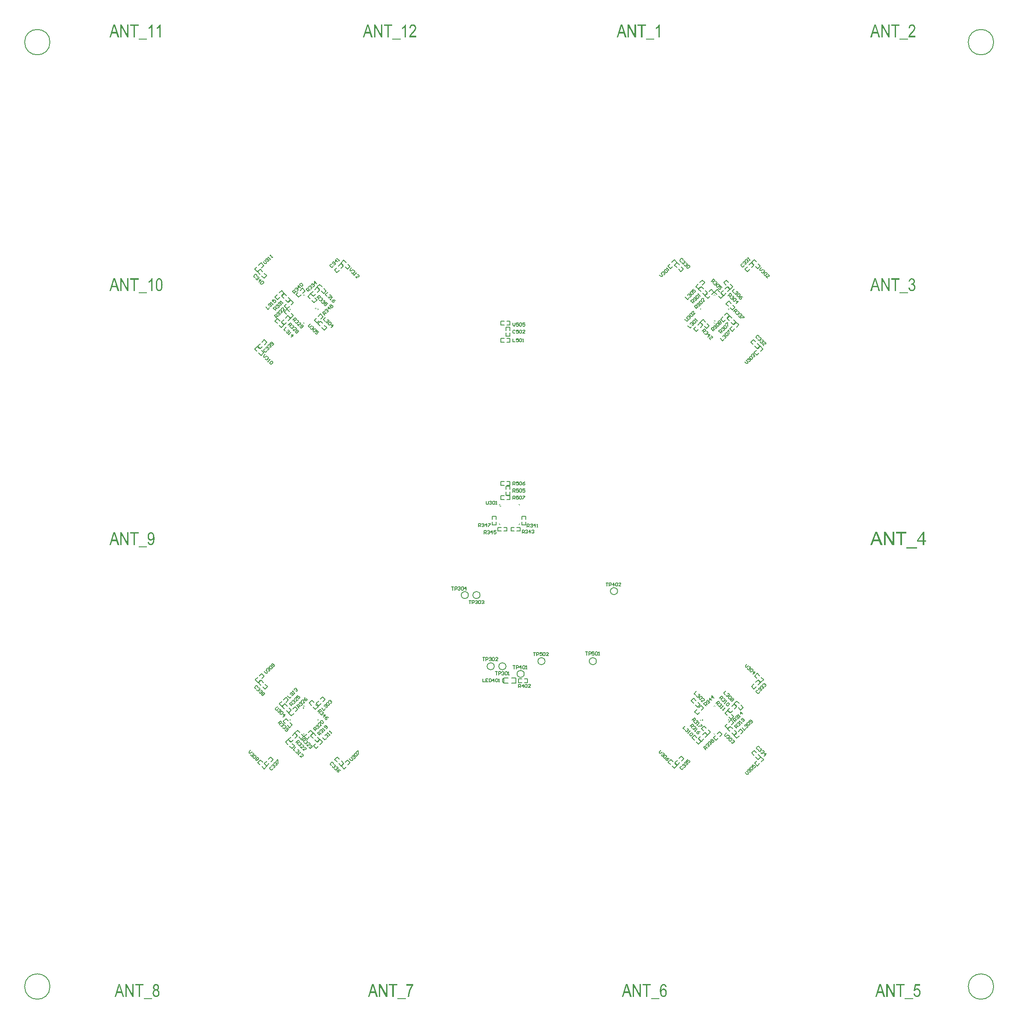
<source format=gbr>
G04*
G04 #@! TF.GenerationSoftware,Altium Limited,Altium Designer,25.0.2 (28)*
G04*
G04 Layer_Color=65535*
%FSLAX24Y24*%
%MOIN*%
G70*
G04*
G04 #@! TF.SameCoordinates,4B7BC283-7035-4C9F-97D5-5998C8FB6373*
G04*
G04*
G04 #@! TF.FilePolarity,Positive*
G04*
G01*
G75*
%ADD10C,0.0059*%
%ADD11C,0.0039*%
%ADD12C,0.0060*%
%ADD13C,0.0050*%
G36*
X29505Y76350D02*
X29395D01*
X28967Y77133D01*
Y76350D01*
X28863D01*
Y77346D01*
X28973D01*
X29403Y76561D01*
Y77346D01*
X29505D01*
Y76350D01*
D02*
G37*
G36*
X31904Y77348D02*
X31914Y77347D01*
X31926Y77345D01*
X31940Y77343D01*
X31954Y77338D01*
X31969Y77334D01*
X31984Y77328D01*
X32001Y77322D01*
X32016Y77314D01*
X32031Y77304D01*
X32047Y77292D01*
X32060Y77280D01*
X32073Y77265D01*
X32074Y77264D01*
X32076Y77262D01*
X32078Y77256D01*
X32083Y77250D01*
X32088Y77242D01*
X32094Y77232D01*
X32099Y77221D01*
X32106Y77209D01*
X32111Y77196D01*
X32117Y77181D01*
X32128Y77148D01*
X32132Y77131D01*
X32134Y77112D01*
X32136Y77092D01*
X32137Y77073D01*
Y77072D01*
Y77068D01*
Y77063D01*
X32136Y77056D01*
Y77047D01*
X32135Y77038D01*
X32133Y77027D01*
X32131Y77015D01*
X32125Y76986D01*
X32116Y76956D01*
X32104Y76923D01*
X32095Y76906D01*
X32086Y76890D01*
X32085Y76889D01*
X32084Y76886D01*
X32081Y76881D01*
X32076Y76875D01*
X32070Y76866D01*
X32063Y76855D01*
X32054Y76843D01*
X32043Y76829D01*
X32031Y76812D01*
X32017Y76796D01*
X32002Y76776D01*
X31984Y76756D01*
X31966Y76734D01*
X31944Y76710D01*
X31921Y76685D01*
X31896Y76658D01*
X31895Y76657D01*
X31891Y76654D01*
X31887Y76650D01*
X31882Y76643D01*
X31874Y76637D01*
X31866Y76628D01*
X31848Y76608D01*
X31827Y76587D01*
X31808Y76567D01*
X31792Y76548D01*
X31784Y76539D01*
X31779Y76533D01*
X31778Y76532D01*
X31775Y76527D01*
X31770Y76521D01*
X31764Y76512D01*
X31757Y76502D01*
X31750Y76491D01*
X31737Y76467D01*
X32139D01*
Y76350D01*
X31599D01*
Y76351D01*
Y76353D01*
Y76358D01*
Y76362D01*
X31600Y76370D01*
X31601Y76377D01*
X31602Y76386D01*
X31603Y76397D01*
X31608Y76420D01*
X31616Y76447D01*
X31627Y76477D01*
X31634Y76492D01*
X31641Y76509D01*
X31642Y76510D01*
X31643Y76513D01*
X31647Y76517D01*
X31650Y76524D01*
X31655Y76533D01*
X31662Y76543D01*
X31670Y76555D01*
X31679Y76568D01*
X31690Y76583D01*
X31702Y76598D01*
X31716Y76616D01*
X31731Y76634D01*
X31747Y76654D01*
X31766Y76674D01*
X31785Y76696D01*
X31807Y76717D01*
X31808Y76718D01*
X31814Y76724D01*
X31820Y76730D01*
X31830Y76740D01*
X31841Y76752D01*
X31854Y76765D01*
X31869Y76781D01*
X31884Y76797D01*
X31914Y76832D01*
X31945Y76868D01*
X31959Y76886D01*
X31971Y76902D01*
X31983Y76918D01*
X31992Y76934D01*
Y76935D01*
X31994Y76937D01*
X31996Y76941D01*
X31999Y76947D01*
X32002Y76953D01*
X32006Y76961D01*
X32014Y76981D01*
X32022Y77003D01*
X32029Y77026D01*
X32034Y77051D01*
X32036Y77076D01*
Y77077D01*
Y77079D01*
Y77084D01*
X32035Y77089D01*
Y77096D01*
X32034Y77103D01*
X32030Y77121D01*
X32025Y77140D01*
X32017Y77161D01*
X32006Y77182D01*
X31991Y77200D01*
Y77202D01*
X31989Y77203D01*
X31983Y77208D01*
X31973Y77216D01*
X31960Y77225D01*
X31944Y77233D01*
X31925Y77241D01*
X31905Y77246D01*
X31893Y77249D01*
X31874D01*
X31869Y77247D01*
X31863D01*
X31855Y77246D01*
X31839Y77242D01*
X31822Y77235D01*
X31802Y77227D01*
X31782Y77214D01*
X31773Y77205D01*
X31765Y77196D01*
Y77195D01*
X31763Y77194D01*
X31760Y77191D01*
X31758Y77186D01*
X31755Y77181D01*
X31750Y77175D01*
X31746Y77168D01*
X31743Y77159D01*
X31738Y77148D01*
X31734Y77137D01*
X31731Y77125D01*
X31726Y77112D01*
X31722Y77082D01*
X31720Y77049D01*
X31617Y77062D01*
Y77064D01*
X31618Y77068D01*
Y77075D01*
X31619Y77085D01*
X31622Y77097D01*
X31624Y77111D01*
X31627Y77125D01*
X31631Y77141D01*
X31641Y77176D01*
X31648Y77194D01*
X31655Y77213D01*
X31664Y77229D01*
X31674Y77246D01*
X31685Y77262D01*
X31697Y77276D01*
X31698Y77277D01*
X31700Y77279D01*
X31705Y77282D01*
X31710Y77288D01*
X31717Y77293D01*
X31725Y77299D01*
X31735Y77305D01*
X31747Y77313D01*
X31759Y77320D01*
X31773Y77326D01*
X31789Y77332D01*
X31805Y77338D01*
X31823Y77343D01*
X31842Y77346D01*
X31862Y77348D01*
X31883Y77349D01*
X31895D01*
X31904Y77348D01*
D02*
G37*
G36*
X31353Y76350D02*
X31253D01*
Y77128D01*
X31252Y77126D01*
X31247Y77121D01*
X31239Y77113D01*
X31228Y77102D01*
X31215Y77090D01*
X31199Y77076D01*
X31180Y77061D01*
X31159Y77044D01*
X31158D01*
X31157Y77042D01*
X31154Y77040D01*
X31149Y77038D01*
X31138Y77030D01*
X31124Y77020D01*
X31108Y77010D01*
X31090Y76999D01*
X31072Y76990D01*
X31053Y76981D01*
Y77098D01*
X31054Y77099D01*
X31056Y77100D01*
X31061Y77102D01*
X31067Y77106D01*
X31074Y77111D01*
X31083Y77116D01*
X31102Y77129D01*
X31124Y77147D01*
X31149Y77167D01*
X31174Y77188D01*
X31199Y77214D01*
X31200Y77215D01*
X31202Y77217D01*
X31205Y77220D01*
X31208Y77226D01*
X31214Y77232D01*
X31220Y77239D01*
X31233Y77257D01*
X31248Y77277D01*
X31263Y77300D01*
X31276Y77324D01*
X31287Y77349D01*
X31353D01*
Y76350D01*
D02*
G37*
G36*
X30276Y77229D02*
X30006D01*
Y76350D01*
X29898D01*
Y77229D01*
X29629D01*
Y77346D01*
X30276D01*
Y77229D01*
D02*
G37*
G36*
X28779Y76350D02*
X28655D01*
X28560Y76652D01*
X28217D01*
X28128Y76350D01*
X28016D01*
X28329Y77346D01*
X28445D01*
X28779Y76350D01*
D02*
G37*
G36*
X30937Y76176D02*
X30289D01*
Y76245D01*
X30937D01*
Y76176D01*
D02*
G37*
G36*
X9825Y76350D02*
X9715D01*
X9287Y77133D01*
Y76350D01*
X9183D01*
Y77346D01*
X9293D01*
X9723Y76561D01*
Y77346D01*
X9825D01*
Y76350D01*
D02*
G37*
G36*
X12307D02*
X12207D01*
Y77128D01*
X12206Y77126D01*
X12201Y77121D01*
X12193Y77113D01*
X12182Y77102D01*
X12169Y77090D01*
X12152Y77076D01*
X12134Y77061D01*
X12113Y77044D01*
X12112D01*
X12111Y77042D01*
X12108Y77040D01*
X12103Y77038D01*
X12092Y77030D01*
X12078Y77020D01*
X12062Y77010D01*
X12044Y76999D01*
X12026Y76990D01*
X12007Y76981D01*
Y77098D01*
X12008Y77099D01*
X12010Y77100D01*
X12015Y77102D01*
X12021Y77106D01*
X12028Y77111D01*
X12037Y77116D01*
X12056Y77129D01*
X12078Y77147D01*
X12103Y77167D01*
X12128Y77188D01*
X12152Y77214D01*
X12154Y77215D01*
X12156Y77217D01*
X12159Y77220D01*
X12162Y77226D01*
X12168Y77232D01*
X12174Y77239D01*
X12187Y77257D01*
X12202Y77277D01*
X12217Y77300D01*
X12230Y77324D01*
X12241Y77349D01*
X12307D01*
Y76350D01*
D02*
G37*
G36*
X11673D02*
X11573D01*
Y77128D01*
X11572Y77126D01*
X11567Y77121D01*
X11559Y77113D01*
X11548Y77102D01*
X11535Y77090D01*
X11519Y77076D01*
X11500Y77061D01*
X11479Y77044D01*
X11478D01*
X11477Y77042D01*
X11474Y77040D01*
X11469Y77038D01*
X11458Y77030D01*
X11444Y77020D01*
X11428Y77010D01*
X11410Y76999D01*
X11392Y76990D01*
X11373Y76981D01*
Y77098D01*
X11374Y77099D01*
X11376Y77100D01*
X11381Y77102D01*
X11387Y77106D01*
X11394Y77111D01*
X11403Y77116D01*
X11422Y77129D01*
X11444Y77147D01*
X11469Y77167D01*
X11494Y77188D01*
X11519Y77214D01*
X11520Y77215D01*
X11522Y77217D01*
X11525Y77220D01*
X11528Y77226D01*
X11534Y77232D01*
X11540Y77239D01*
X11553Y77257D01*
X11568Y77277D01*
X11583Y77300D01*
X11596Y77324D01*
X11607Y77349D01*
X11673D01*
Y76350D01*
D02*
G37*
G36*
X10596Y77229D02*
X10326D01*
Y76350D01*
X10218D01*
Y77229D01*
X9949D01*
Y77346D01*
X10596D01*
Y77229D01*
D02*
G37*
G36*
X9099Y76350D02*
X8975D01*
X8880Y76652D01*
X8537D01*
X8448Y76350D01*
X8336D01*
X8649Y77346D01*
X8765D01*
X9099Y76350D01*
D02*
G37*
G36*
X11257Y76176D02*
X10609D01*
Y76245D01*
X11257D01*
Y76176D01*
D02*
G37*
G36*
X9825Y56670D02*
X9715D01*
X9287Y57453D01*
Y56670D01*
X9183D01*
Y57666D01*
X9293D01*
X9723Y56881D01*
Y57666D01*
X9825D01*
Y56670D01*
D02*
G37*
G36*
X11673D02*
X11573D01*
Y57448D01*
X11572Y57446D01*
X11567Y57441D01*
X11559Y57433D01*
X11548Y57422D01*
X11535Y57410D01*
X11519Y57396D01*
X11500Y57381D01*
X11479Y57364D01*
X11478D01*
X11477Y57362D01*
X11474Y57360D01*
X11469Y57358D01*
X11458Y57350D01*
X11444Y57340D01*
X11428Y57330D01*
X11410Y57319D01*
X11392Y57310D01*
X11373Y57301D01*
Y57418D01*
X11374Y57419D01*
X11376Y57420D01*
X11381Y57422D01*
X11387Y57426D01*
X11394Y57431D01*
X11403Y57436D01*
X11422Y57449D01*
X11444Y57467D01*
X11469Y57487D01*
X11494Y57508D01*
X11519Y57534D01*
X11520Y57535D01*
X11522Y57537D01*
X11525Y57540D01*
X11528Y57546D01*
X11534Y57552D01*
X11540Y57559D01*
X11553Y57577D01*
X11568Y57597D01*
X11583Y57620D01*
X11596Y57644D01*
X11607Y57669D01*
X11673D01*
Y56670D01*
D02*
G37*
G36*
X10596Y57549D02*
X10326D01*
Y56670D01*
X10218D01*
Y57549D01*
X9949D01*
Y57666D01*
X10596D01*
Y57549D01*
D02*
G37*
G36*
X9099Y56670D02*
X8975D01*
X8880Y56972D01*
X8537D01*
X8448Y56670D01*
X8336D01*
X8649Y57666D01*
X8765D01*
X9099Y56670D01*
D02*
G37*
G36*
X12207Y57668D02*
X12216D01*
X12226Y57666D01*
X12237Y57664D01*
X12249Y57660D01*
X12263Y57656D01*
X12277Y57651D01*
X12292Y57644D01*
X12308Y57635D01*
X12323Y57625D01*
X12338Y57613D01*
X12352Y57599D01*
X12367Y57583D01*
X12380Y57564D01*
X12381Y57563D01*
X12383Y57559D01*
X12387Y57551D01*
X12393Y57540D01*
X12398Y57527D01*
X12406Y57510D01*
X12414Y57490D01*
X12421Y57467D01*
X12429Y57441D01*
X12436Y57410D01*
X12443Y57377D01*
X12449Y57341D01*
X12454Y57301D01*
X12459Y57258D01*
X12461Y57211D01*
X12462Y57161D01*
Y57160D01*
Y57158D01*
Y57154D01*
Y57150D01*
Y57144D01*
Y57137D01*
X12461Y57120D01*
X12460Y57100D01*
X12459Y57076D01*
X12456Y57048D01*
X12453Y57020D01*
X12450Y56990D01*
X12445Y56959D01*
X12440Y56928D01*
X12433Y56896D01*
X12426Y56866D01*
X12416Y56836D01*
X12406Y56808D01*
X12394Y56783D01*
X12393Y56782D01*
X12391Y56777D01*
X12387Y56771D01*
X12382Y56763D01*
X12374Y56753D01*
X12366Y56742D01*
X12356Y56730D01*
X12344Y56718D01*
X12331Y56706D01*
X12316Y56694D01*
X12300Y56683D01*
X12281Y56673D01*
X12262Y56666D01*
X12241Y56659D01*
X12218Y56655D01*
X12194Y56654D01*
X12189D01*
X12183Y56655D01*
X12174Y56656D01*
X12164Y56657D01*
X12154Y56660D01*
X12140Y56664D01*
X12127Y56668D01*
X12112Y56674D01*
X12097Y56681D01*
X12081Y56691D01*
X12065Y56702D01*
X12049Y56715D01*
X12033Y56730D01*
X12018Y56748D01*
X12004Y56767D01*
X12003Y56768D01*
X12001Y56773D01*
X11997Y56779D01*
X11992Y56789D01*
X11986Y56802D01*
X11981Y56818D01*
X11973Y56837D01*
X11967Y56859D01*
X11960Y56884D01*
X11954Y56914D01*
X11947Y56946D01*
X11942Y56982D01*
X11936Y57021D01*
X11933Y57064D01*
X11931Y57111D01*
X11929Y57161D01*
Y57162D01*
Y57164D01*
Y57167D01*
Y57172D01*
Y57178D01*
Y57185D01*
X11931Y57202D01*
X11932Y57223D01*
X11933Y57247D01*
X11935Y57273D01*
X11938Y57302D01*
X11942Y57332D01*
X11946Y57363D01*
X11951Y57395D01*
X11958Y57426D01*
X11966Y57457D01*
X11974Y57487D01*
X11984Y57515D01*
X11996Y57540D01*
X11997Y57541D01*
X11999Y57546D01*
X12004Y57552D01*
X12009Y57560D01*
X12016Y57570D01*
X12025Y57581D01*
X12034Y57593D01*
X12046Y57605D01*
X12060Y57617D01*
X12075Y57629D01*
X12091Y57640D01*
X12109Y57649D01*
X12128Y57657D01*
X12149Y57664D01*
X12172Y57668D01*
X12196Y57669D01*
X12202D01*
X12207Y57668D01*
D02*
G37*
G36*
X11257Y56496D02*
X10609D01*
Y56565D01*
X11257D01*
Y56496D01*
D02*
G37*
G36*
X9825Y36980D02*
X9715D01*
X9287Y37763D01*
Y36980D01*
X9183D01*
Y37976D01*
X9293D01*
X9723Y37191D01*
Y37976D01*
X9825D01*
Y36980D01*
D02*
G37*
G36*
X11566Y37978D02*
X11572D01*
X11580Y37977D01*
X11599Y37973D01*
X11621Y37967D01*
X11644Y37958D01*
X11669Y37945D01*
X11682Y37938D01*
X11695Y37929D01*
X11696Y37928D01*
X11698Y37927D01*
X11701Y37923D01*
X11705Y37919D01*
X11711Y37915D01*
X11717Y37908D01*
X11725Y37900D01*
X11733Y37892D01*
X11740Y37882D01*
X11749Y37871D01*
X11758Y37858D01*
X11766Y37845D01*
X11774Y37830D01*
X11783Y37815D01*
X11791Y37798D01*
X11797Y37780D01*
Y37779D01*
X11798Y37776D01*
X11801Y37770D01*
X11803Y37763D01*
X11806Y37752D01*
X11808Y37740D01*
X11811Y37726D01*
X11816Y37709D01*
X11819Y37689D01*
X11822Y37669D01*
X11825Y37646D01*
X11828Y37621D01*
X11830Y37593D01*
X11832Y37564D01*
X11833Y37533D01*
Y37499D01*
Y37498D01*
Y37497D01*
Y37494D01*
Y37491D01*
Y37480D01*
X11832Y37465D01*
Y37448D01*
X11831Y37428D01*
X11830Y37406D01*
X11829Y37382D01*
X11827Y37357D01*
X11823Y37331D01*
X11817Y37279D01*
X11813Y37252D01*
X11807Y37226D01*
X11801Y37202D01*
X11794Y37180D01*
Y37179D01*
X11792Y37176D01*
X11790Y37169D01*
X11787Y37162D01*
X11783Y37153D01*
X11779Y37142D01*
X11773Y37130D01*
X11767Y37118D01*
X11751Y37091D01*
X11734Y37063D01*
X11713Y37037D01*
X11701Y37026D01*
X11689Y37015D01*
X11688D01*
X11686Y37013D01*
X11682Y37011D01*
X11677Y37007D01*
X11672Y37003D01*
X11664Y36999D01*
X11655Y36994D01*
X11645Y36990D01*
X11623Y36980D01*
X11598Y36971D01*
X11570Y36966D01*
X11556Y36965D01*
X11540Y36964D01*
X11532D01*
X11525Y36965D01*
X11517Y36966D01*
X11508Y36967D01*
X11486Y36971D01*
X11462Y36979D01*
X11449Y36985D01*
X11435Y36991D01*
X11422Y36998D01*
X11409Y37006D01*
X11397Y37016D01*
X11385Y37027D01*
X11384Y37028D01*
X11383Y37030D01*
X11380Y37034D01*
X11375Y37039D01*
X11370Y37046D01*
X11364Y37053D01*
X11359Y37063D01*
X11352Y37074D01*
X11346Y37086D01*
X11339Y37100D01*
X11334Y37115D01*
X11327Y37131D01*
X11322Y37150D01*
X11317Y37168D01*
X11314Y37189D01*
X11311Y37211D01*
X11407Y37221D01*
Y37218D01*
X11408Y37214D01*
X11410Y37206D01*
X11413Y37197D01*
X11416Y37185D01*
X11420Y37171D01*
X11426Y37157D01*
X11432Y37143D01*
X11441Y37128D01*
X11451Y37113D01*
X11462Y37100D01*
X11474Y37088D01*
X11488Y37078D01*
X11504Y37071D01*
X11523Y37066D01*
X11543Y37064D01*
X11545D01*
X11551Y37065D01*
X11561Y37066D01*
X11573Y37069D01*
X11587Y37073D01*
X11602Y37078D01*
X11618Y37087D01*
X11633Y37098D01*
X11635Y37100D01*
X11640Y37105D01*
X11647Y37113D01*
X11657Y37127D01*
X11668Y37143D01*
X11675Y37153D01*
X11680Y37164D01*
X11686Y37176D01*
X11692Y37189D01*
X11698Y37204D01*
X11703Y37220D01*
Y37221D01*
X11704Y37224D01*
X11705Y37228D01*
X11708Y37235D01*
X11710Y37244D01*
X11712Y37253D01*
X11715Y37265D01*
X11717Y37277D01*
X11720Y37293D01*
X11723Y37308D01*
X11725Y37324D01*
X11727Y37343D01*
X11731Y37381D01*
X11732Y37424D01*
Y37448D01*
X11731Y37447D01*
X11728Y37444D01*
X11726Y37439D01*
X11720Y37428D01*
X11710Y37414D01*
X11698Y37399D01*
X11684Y37382D01*
X11666Y37367D01*
X11647Y37353D01*
X11646D01*
X11645Y37352D01*
X11639Y37347D01*
X11628Y37342D01*
X11615Y37335D01*
X11598Y37329D01*
X11580Y37323D01*
X11560Y37319D01*
X11539Y37318D01*
X11535D01*
X11529Y37319D01*
X11523D01*
X11514Y37320D01*
X11504Y37322D01*
X11492Y37326D01*
X11480Y37329D01*
X11467Y37333D01*
X11454Y37339D01*
X11440Y37346D01*
X11425Y37354D01*
X11410Y37364D01*
X11396Y37376D01*
X11382Y37389D01*
X11368Y37404D01*
X11367Y37405D01*
X11364Y37409D01*
X11361Y37413D01*
X11357Y37421D01*
X11351Y37429D01*
X11345Y37440D01*
X11338Y37452D01*
X11332Y37467D01*
X11325Y37483D01*
X11319Y37500D01*
X11312Y37520D01*
X11306Y37542D01*
X11302Y37565D01*
X11299Y37589D01*
X11297Y37615D01*
X11296Y37642D01*
Y37645D01*
Y37649D01*
Y37658D01*
X11297Y37669D01*
X11298Y37682D01*
X11300Y37697D01*
X11302Y37714D01*
X11305Y37732D01*
X11314Y37771D01*
X11320Y37792D01*
X11327Y37812D01*
X11336Y37833D01*
X11346Y37852D01*
X11357Y37871D01*
X11370Y37888D01*
X11371Y37889D01*
X11373Y37893D01*
X11378Y37897D01*
X11383Y37903D01*
X11391Y37909D01*
X11399Y37917D01*
X11409Y37926D01*
X11421Y37934D01*
X11433Y37942D01*
X11447Y37951D01*
X11463Y37958D01*
X11479Y37965D01*
X11496Y37970D01*
X11514Y37975D01*
X11533Y37978D01*
X11552Y37979D01*
X11560D01*
X11566Y37978D01*
D02*
G37*
G36*
X10596Y37859D02*
X10326D01*
Y36980D01*
X10218D01*
Y37859D01*
X9949D01*
Y37976D01*
X10596D01*
Y37859D01*
D02*
G37*
G36*
X9099Y36980D02*
X8975D01*
X8880Y37282D01*
X8537D01*
X8448Y36980D01*
X8336D01*
X8649Y37976D01*
X8765D01*
X9099Y36980D01*
D02*
G37*
G36*
X11257Y36806D02*
X10609D01*
Y36875D01*
X11257D01*
Y36806D01*
D02*
G37*
G36*
X10219Y1946D02*
X10109D01*
X9680Y2728D01*
Y1946D01*
X9576D01*
Y2942D01*
X9687D01*
X10116Y2157D01*
Y2942D01*
X10219D01*
Y1946D01*
D02*
G37*
G36*
X10990Y2825D02*
X10720D01*
Y1946D01*
X10612D01*
Y2825D01*
X10343D01*
Y2942D01*
X10990D01*
Y2825D01*
D02*
G37*
G36*
X9492Y1946D02*
X9369D01*
X9274Y2247D01*
X8931D01*
X8842Y1946D01*
X8729D01*
X9043Y2942D01*
X9159D01*
X9492Y1946D01*
D02*
G37*
G36*
X11975Y2944D02*
X11982Y2943D01*
X11993Y2940D01*
X12004Y2938D01*
X12016Y2936D01*
X12043Y2927D01*
X12058Y2921D01*
X12072Y2914D01*
X12086Y2905D01*
X12100Y2896D01*
X12113Y2885D01*
X12126Y2872D01*
X12128Y2870D01*
X12130Y2868D01*
X12133Y2864D01*
X12137Y2858D01*
X12142Y2852D01*
X12148Y2843D01*
X12154Y2832D01*
X12160Y2821D01*
X12167Y2808D01*
X12172Y2794D01*
X12179Y2779D01*
X12183Y2762D01*
X12188Y2745D01*
X12191Y2726D01*
X12193Y2705D01*
X12194Y2685D01*
Y2684D01*
Y2681D01*
Y2678D01*
Y2673D01*
X12193Y2666D01*
Y2660D01*
X12191Y2642D01*
X12187Y2623D01*
X12181Y2603D01*
X12173Y2582D01*
X12164Y2562D01*
X12163Y2560D01*
X12158Y2555D01*
X12152Y2545D01*
X12142Y2534D01*
X12129Y2522D01*
X12113Y2509D01*
X12095Y2497D01*
X12074Y2485D01*
X12075D01*
X12077Y2484D01*
X12081Y2481D01*
X12086Y2479D01*
X12099Y2473D01*
X12116Y2463D01*
X12134Y2450D01*
X12153Y2433D01*
X12170Y2414D01*
X12187Y2391D01*
Y2390D01*
X12189Y2387D01*
X12190Y2384D01*
X12193Y2379D01*
X12196Y2373D01*
X12200Y2366D01*
X12203Y2357D01*
X12207Y2346D01*
X12211Y2335D01*
X12214Y2323D01*
X12220Y2296D01*
X12225Y2264D01*
X12227Y2229D01*
Y2228D01*
Y2223D01*
Y2216D01*
X12226Y2207D01*
X12225Y2196D01*
X12223Y2183D01*
X12220Y2168D01*
X12217Y2152D01*
X12213Y2136D01*
X12208Y2118D01*
X12202Y2100D01*
X12194Y2081D01*
X12185Y2064D01*
X12175Y2046D01*
X12164Y2029D01*
X12149Y2012D01*
X12148Y2011D01*
X12146Y2009D01*
X12142Y2005D01*
X12135Y1999D01*
X12128Y1993D01*
X12119Y1986D01*
X12108Y1979D01*
X12097Y1971D01*
X12083Y1963D01*
X12069Y1956D01*
X12053Y1949D01*
X12036Y1943D01*
X12018Y1937D01*
X11999Y1933D01*
X11979Y1930D01*
X11958Y1929D01*
X11953D01*
X11947Y1930D01*
X11940D01*
X11930Y1932D01*
X11918Y1934D01*
X11905Y1936D01*
X11891Y1940D01*
X11876Y1945D01*
X11861Y1950D01*
X11844Y1957D01*
X11828Y1964D01*
X11813Y1974D01*
X11796Y1985D01*
X11781Y1998D01*
X11766Y2012D01*
X11765Y2014D01*
X11762Y2017D01*
X11759Y2021D01*
X11754Y2028D01*
X11748Y2037D01*
X11742Y2046D01*
X11735Y2058D01*
X11728Y2071D01*
X11721Y2087D01*
X11713Y2103D01*
X11707Y2121D01*
X11701Y2140D01*
X11696Y2161D01*
X11693Y2184D01*
X11690Y2207D01*
X11689Y2232D01*
Y2233D01*
Y2237D01*
Y2242D01*
X11690Y2249D01*
Y2257D01*
X11691Y2267D01*
X11693Y2278D01*
X11695Y2290D01*
X11699Y2316D01*
X11707Y2345D01*
X11717Y2372D01*
X11730Y2397D01*
Y2398D01*
X11732Y2400D01*
X11734Y2404D01*
X11737Y2408D01*
X11746Y2419D01*
X11759Y2432D01*
X11775Y2446D01*
X11794Y2462D01*
X11817Y2475D01*
X11842Y2485D01*
X11841D01*
X11840Y2486D01*
X11837Y2488D01*
X11832Y2490D01*
X11822Y2496D01*
X11808Y2504D01*
X11794Y2515D01*
X11779Y2529D01*
X11765Y2545D01*
X11752Y2562D01*
Y2563D01*
X11750Y2564D01*
X11749Y2568D01*
X11747Y2571D01*
X11742Y2583D01*
X11737Y2597D01*
X11732Y2616D01*
X11726Y2638D01*
X11723Y2662D01*
X11722Y2689D01*
Y2690D01*
Y2695D01*
Y2700D01*
X11723Y2708D01*
X11724Y2717D01*
X11725Y2728D01*
X11728Y2740D01*
X11731Y2755D01*
X11738Y2783D01*
X11744Y2798D01*
X11750Y2814D01*
X11758Y2829D01*
X11767Y2844D01*
X11777Y2858D01*
X11789Y2873D01*
X11790Y2874D01*
X11792Y2876D01*
X11795Y2879D01*
X11801Y2884D01*
X11807Y2889D01*
X11815Y2896D01*
X11825Y2902D01*
X11835Y2909D01*
X11847Y2915D01*
X11859Y2922D01*
X11873Y2928D01*
X11888Y2934D01*
X11903Y2938D01*
X11921Y2942D01*
X11938Y2944D01*
X11957Y2945D01*
X11967D01*
X11975Y2944D01*
D02*
G37*
G36*
X11651Y1772D02*
X11003D01*
Y1841D01*
X11651D01*
Y1772D01*
D02*
G37*
G36*
X29899Y1946D02*
X29789D01*
X29360Y2728D01*
Y1946D01*
X29256D01*
Y2942D01*
X29367D01*
X29796Y2157D01*
Y2942D01*
X29899D01*
Y1946D01*
D02*
G37*
G36*
X31904Y2833D02*
X31903Y2831D01*
X31898Y2827D01*
X31892Y2818D01*
X31884Y2805D01*
X31873Y2790D01*
X31861Y2772D01*
X31848Y2750D01*
X31833Y2725D01*
X31817Y2698D01*
X31801Y2668D01*
X31783Y2635D01*
X31765Y2599D01*
X31747Y2561D01*
X31730Y2521D01*
X31712Y2478D01*
X31695Y2433D01*
Y2432D01*
X31694Y2430D01*
X31693Y2427D01*
X31691Y2422D01*
X31690Y2416D01*
X31686Y2409D01*
X31684Y2400D01*
X31681Y2391D01*
X31674Y2369D01*
X31665Y2343D01*
X31658Y2313D01*
X31649Y2280D01*
X31639Y2244D01*
X31630Y2206D01*
X31622Y2165D01*
X31614Y2124D01*
X31606Y2080D01*
X31601Y2037D01*
X31595Y1991D01*
X31592Y1946D01*
X31491D01*
Y1947D01*
Y1951D01*
Y1959D01*
X31492Y1968D01*
Y1980D01*
X31493Y1994D01*
X31494Y2010D01*
X31496Y2029D01*
X31498Y2050D01*
X31500Y2071D01*
X31504Y2096D01*
X31507Y2121D01*
X31511Y2148D01*
X31517Y2176D01*
X31522Y2206D01*
X31529Y2237D01*
Y2239D01*
X31531Y2244D01*
X31533Y2253D01*
X31535Y2265D01*
X31540Y2280D01*
X31544Y2298D01*
X31550Y2317D01*
X31556Y2339D01*
X31563Y2362D01*
X31571Y2387D01*
X31579Y2414D01*
X31589Y2441D01*
X31610Y2498D01*
X31633Y2555D01*
X31634Y2557D01*
X31636Y2561D01*
X31639Y2569D01*
X31645Y2580D01*
X31650Y2593D01*
X31658Y2608D01*
X31665Y2625D01*
X31675Y2643D01*
X31685Y2663D01*
X31696Y2684D01*
X31720Y2726D01*
X31746Y2770D01*
X31775Y2811D01*
X31377D01*
Y2928D01*
X31904D01*
Y2833D01*
D02*
G37*
G36*
X30670Y2825D02*
X30400D01*
Y1946D01*
X30292D01*
Y2825D01*
X30023D01*
Y2942D01*
X30670D01*
Y2825D01*
D02*
G37*
G36*
X29172Y1946D02*
X29049D01*
X28954Y2247D01*
X28611D01*
X28522Y1946D01*
X28409D01*
X28723Y2942D01*
X28839D01*
X29172Y1946D01*
D02*
G37*
G36*
X31331Y1772D02*
X30683D01*
Y1841D01*
X31331D01*
Y1772D01*
D02*
G37*
G36*
X51362Y2944D02*
X51370Y2943D01*
X51379Y2942D01*
X51400Y2937D01*
X51424Y2930D01*
X51437Y2924D01*
X51451Y2919D01*
X51464Y2911D01*
X51477Y2902D01*
X51489Y2892D01*
X51501Y2881D01*
X51502Y2880D01*
X51504Y2878D01*
X51506Y2875D01*
X51511Y2869D01*
X51516Y2863D01*
X51522Y2855D01*
X51528Y2845D01*
X51535Y2834D01*
X51541Y2822D01*
X51548Y2809D01*
X51554Y2794D01*
X51560Y2778D01*
X51566Y2759D01*
X51571Y2740D01*
X51575Y2720D01*
X51578Y2698D01*
X51479Y2688D01*
Y2689D01*
X51478Y2691D01*
Y2696D01*
X51477Y2700D01*
X51473Y2713D01*
X51468Y2729D01*
X51463Y2748D01*
X51455Y2766D01*
X51446Y2782D01*
X51436Y2796D01*
Y2797D01*
X51434Y2798D01*
X51430Y2804D01*
X51421Y2811D01*
X51410Y2820D01*
X51396Y2829D01*
X51379Y2837D01*
X51361Y2842D01*
X51351Y2844D01*
X51337D01*
X51331Y2843D01*
X51326Y2842D01*
X51318Y2841D01*
X51310Y2839D01*
X51300Y2835D01*
X51290Y2831D01*
X51279Y2825D01*
X51268Y2818D01*
X51256Y2809D01*
X51244Y2798D01*
X51233Y2785D01*
X51221Y2771D01*
X51210Y2755D01*
X51200Y2735D01*
Y2734D01*
X51198Y2731D01*
X51196Y2725D01*
X51194Y2717D01*
X51189Y2708D01*
X51186Y2696D01*
X51182Y2681D01*
X51177Y2666D01*
X51174Y2648D01*
X51170Y2627D01*
X51165Y2604D01*
X51162Y2579D01*
X51159Y2552D01*
X51157Y2523D01*
X51155Y2492D01*
X51154Y2460D01*
X51154Y2460D01*
Y2458D01*
X51154Y2460D01*
X51155Y2462D01*
X51158Y2465D01*
X51161Y2469D01*
X51169Y2481D01*
X51178Y2496D01*
X51190Y2512D01*
X51206Y2528D01*
X51222Y2544D01*
X51241Y2558D01*
X51242D01*
X51243Y2559D01*
X51246Y2561D01*
X51249Y2563D01*
X51260Y2569D01*
X51275Y2575D01*
X51291Y2581D01*
X51310Y2586D01*
X51330Y2591D01*
X51352Y2592D01*
X51357D01*
X51362Y2591D01*
X51369D01*
X51376Y2590D01*
X51386Y2587D01*
X51397Y2584D01*
X51409Y2581D01*
X51422Y2576D01*
X51435Y2570D01*
X51449Y2563D01*
X51464Y2555D01*
X51478Y2545D01*
X51492Y2533D01*
X51506Y2519D01*
X51521Y2503D01*
X51522Y2502D01*
X51524Y2499D01*
X51527Y2494D01*
X51533Y2487D01*
X51538Y2478D01*
X51543Y2468D01*
X51550Y2455D01*
X51558Y2441D01*
X51564Y2426D01*
X51571Y2407D01*
X51576Y2388D01*
X51583Y2368D01*
X51587Y2345D01*
X51590Y2321D01*
X51593Y2296D01*
X51594Y2268D01*
Y2267D01*
Y2264D01*
Y2258D01*
Y2252D01*
X51593Y2243D01*
X51592Y2232D01*
X51590Y2221D01*
X51589Y2208D01*
X51585Y2181D01*
X51578Y2150D01*
X51569Y2118D01*
X51557Y2087D01*
Y2086D01*
X51555Y2084D01*
X51553Y2079D01*
X51550Y2074D01*
X51547Y2067D01*
X51542Y2059D01*
X51531Y2042D01*
X51518Y2022D01*
X51502Y2003D01*
X51484Y1984D01*
X51464Y1968D01*
X51463D01*
X51461Y1967D01*
X51458Y1964D01*
X51454Y1962D01*
X51442Y1956D01*
X51427Y1949D01*
X51408Y1941D01*
X51387Y1936D01*
X51363Y1932D01*
X51338Y1929D01*
X51333D01*
X51326Y1930D01*
X51317Y1932D01*
X51307Y1933D01*
X51294Y1935D01*
X51281Y1938D01*
X51266Y1944D01*
X51251Y1949D01*
X51234Y1957D01*
X51218Y1965D01*
X51200Y1976D01*
X51183Y1988D01*
X51166Y2004D01*
X51150Y2020D01*
X51135Y2040D01*
X51134Y2041D01*
X51131Y2045D01*
X51127Y2052D01*
X51123Y2062D01*
X51116Y2074D01*
X51110Y2089D01*
X51102Y2106D01*
X51095Y2128D01*
X51088Y2152D01*
X51080Y2180D01*
X51073Y2210D01*
X51067Y2244D01*
X51063Y2280D01*
X51058Y2321D01*
X51056Y2364D01*
X51055Y2411D01*
Y2413D01*
Y2415D01*
Y2419D01*
Y2425D01*
Y2431D01*
X51056Y2439D01*
Y2447D01*
Y2458D01*
X51057Y2481D01*
X51059Y2509D01*
X51061Y2538D01*
X51065Y2571D01*
X51069Y2604D01*
X51075Y2638D01*
X51081Y2672D01*
X51089Y2705D01*
X51099Y2738D01*
X51110Y2769D01*
X51122Y2796D01*
X51136Y2821D01*
X51137Y2822D01*
X51139Y2827D01*
X51145Y2832D01*
X51151Y2841D01*
X51159Y2850D01*
X51169Y2861D01*
X51179Y2872D01*
X51193Y2884D01*
X51208Y2895D01*
X51223Y2905D01*
X51241Y2916D01*
X51259Y2925D01*
X51279Y2934D01*
X51301Y2939D01*
X51323Y2944D01*
X51347Y2945D01*
X51355D01*
X51362Y2944D01*
D02*
G37*
G36*
X49589Y1946D02*
X49479D01*
X49050Y2728D01*
Y1946D01*
X48946D01*
Y2942D01*
X49057D01*
X49486Y2157D01*
Y2942D01*
X49589D01*
Y1946D01*
D02*
G37*
G36*
X50360Y2825D02*
X50090D01*
Y1946D01*
X49982D01*
Y2825D01*
X49713D01*
Y2942D01*
X50360D01*
Y2825D01*
D02*
G37*
G36*
X48862Y1946D02*
X48739D01*
X48644Y2247D01*
X48301D01*
X48212Y1946D01*
X48099D01*
X48413Y2942D01*
X48529D01*
X48862Y1946D01*
D02*
G37*
G36*
X51021Y1772D02*
X50373D01*
Y1841D01*
X51021D01*
Y1772D01*
D02*
G37*
G36*
X69269Y1946D02*
X69159D01*
X68730Y2728D01*
Y1946D01*
X68626D01*
Y2942D01*
X68737D01*
X69166Y2157D01*
Y2942D01*
X69269D01*
Y1946D01*
D02*
G37*
G36*
X71243Y2811D02*
X70914D01*
X70872Y2543D01*
X70873Y2544D01*
X70875Y2546D01*
X70879Y2548D01*
X70885Y2552D01*
X70891Y2557D01*
X70899Y2562D01*
X70909Y2569D01*
X70919Y2574D01*
X70941Y2586D01*
X70968Y2596D01*
X70982Y2600D01*
X70996Y2604D01*
X71011Y2605D01*
X71027Y2606D01*
X71037D01*
X71044Y2605D01*
X71053Y2604D01*
X71063Y2602D01*
X71075Y2598D01*
X71088Y2595D01*
X71101Y2591D01*
X71115Y2585D01*
X71131Y2578D01*
X71145Y2569D01*
X71160Y2559D01*
X71175Y2547D01*
X71191Y2534D01*
X71205Y2519D01*
X71206Y2517D01*
X71208Y2514D01*
X71211Y2510D01*
X71217Y2502D01*
X71222Y2493D01*
X71229Y2484D01*
X71237Y2470D01*
X71243Y2456D01*
X71251Y2441D01*
X71257Y2422D01*
X71264Y2404D01*
X71269Y2383D01*
X71275Y2360D01*
X71278Y2336D01*
X71280Y2311D01*
X71281Y2284D01*
Y2282D01*
Y2277D01*
Y2269D01*
X71280Y2259D01*
X71279Y2246D01*
X71277Y2232D01*
X71275Y2216D01*
X71272Y2197D01*
X71268Y2179D01*
X71263Y2158D01*
X71256Y2137D01*
X71250Y2116D01*
X71240Y2094D01*
X71230Y2074D01*
X71218Y2053D01*
X71205Y2033D01*
X71204Y2032D01*
X71202Y2029D01*
X71197Y2023D01*
X71191Y2017D01*
X71183Y2009D01*
X71174Y2000D01*
X71163Y1991D01*
X71151Y1982D01*
X71137Y1972D01*
X71122Y1962D01*
X71105Y1953D01*
X71087Y1946D01*
X71068Y1939D01*
X71047Y1934D01*
X71025Y1930D01*
X71002Y1929D01*
X70992D01*
X70984Y1930D01*
X70974Y1932D01*
X70964Y1934D01*
X70952Y1936D01*
X70939Y1938D01*
X70911Y1947D01*
X70897Y1953D01*
X70881Y1960D01*
X70866Y1969D01*
X70851Y1979D01*
X70837Y1990D01*
X70822Y2003D01*
X70821Y2004D01*
X70819Y2006D01*
X70816Y2010D01*
X70810Y2016D01*
X70805Y2023D01*
X70798Y2033D01*
X70792Y2043D01*
X70784Y2056D01*
X70778Y2069D01*
X70770Y2085D01*
X70763Y2101D01*
X70757Y2120D01*
X70750Y2139D01*
X70746Y2161D01*
X70741Y2183D01*
X70739Y2207D01*
X70844Y2217D01*
Y2216D01*
X70845Y2212D01*
Y2208D01*
X70846Y2202D01*
X70849Y2194D01*
X70851Y2184D01*
X70855Y2163D01*
X70863Y2140D01*
X70873Y2117D01*
X70885Y2096D01*
X70891Y2085D01*
X70899Y2076D01*
X70901Y2074D01*
X70906Y2068D01*
X70915Y2062D01*
X70928Y2053D01*
X70943Y2044D01*
X70960Y2038D01*
X70979Y2032D01*
X70999Y2030D01*
X71006D01*
X71011Y2031D01*
X71018Y2032D01*
X71025Y2033D01*
X71042Y2038D01*
X71062Y2045D01*
X71072Y2051D01*
X71082Y2057D01*
X71092Y2065D01*
X71103Y2074D01*
X71113Y2084D01*
X71123Y2094D01*
X71124Y2096D01*
X71125Y2098D01*
X71127Y2101D01*
X71132Y2106D01*
X71135Y2113D01*
X71139Y2122D01*
X71145Y2131D01*
X71149Y2141D01*
X71155Y2153D01*
X71159Y2167D01*
X71163Y2182D01*
X71168Y2198D01*
X71171Y2215D01*
X71173Y2233D01*
X71174Y2253D01*
X71175Y2274D01*
Y2275D01*
Y2278D01*
Y2284D01*
X71174Y2291D01*
Y2300D01*
X71173Y2311D01*
X71171Y2322D01*
X71169Y2334D01*
X71163Y2361D01*
X71155Y2388D01*
X71141Y2415D01*
X71134Y2427D01*
X71125Y2439D01*
X71124Y2440D01*
X71123Y2441D01*
X71120Y2444D01*
X71116Y2447D01*
X71105Y2457D01*
X71090Y2468D01*
X71073Y2479D01*
X71051Y2489D01*
X71027Y2496D01*
X71014Y2497D01*
X70999Y2498D01*
X70992D01*
X70983Y2497D01*
X70971Y2494D01*
X70958Y2491D01*
X70944Y2487D01*
X70928Y2480D01*
X70913Y2472D01*
X70911Y2470D01*
X70906Y2467D01*
X70900Y2462D01*
X70890Y2453D01*
X70880Y2443D01*
X70870Y2431D01*
X70861Y2418D01*
X70851Y2402D01*
X70757Y2416D01*
X70837Y2928D01*
X71243D01*
Y2811D01*
D02*
G37*
G36*
X70040Y2825D02*
X69770D01*
Y1946D01*
X69662D01*
Y2825D01*
X69393D01*
Y2942D01*
X70040D01*
Y2825D01*
D02*
G37*
G36*
X68542Y1946D02*
X68419D01*
X68324Y2247D01*
X67981D01*
X67892Y1946D01*
X67779D01*
X68093Y2942D01*
X68209D01*
X68542Y1946D01*
D02*
G37*
G36*
X70701Y1772D02*
X70053D01*
Y1841D01*
X70701D01*
Y1772D01*
D02*
G37*
G36*
X69229Y36980D02*
X69091D01*
X68562Y37771D01*
Y36980D01*
X68434D01*
Y37989D01*
X68571D01*
X69101Y37197D01*
Y37989D01*
X69229D01*
Y36980D01*
D02*
G37*
G36*
X71568Y37335D02*
X71704D01*
Y37222D01*
X71568D01*
Y36980D01*
X71444D01*
Y37222D01*
X71005D01*
Y37335D01*
X71466Y37989D01*
X71568D01*
Y37335D01*
D02*
G37*
G36*
X70175Y37870D02*
X69843D01*
Y36980D01*
X69709D01*
Y37870D01*
X69377D01*
Y37989D01*
X70175D01*
Y37870D01*
D02*
G37*
G36*
X68329Y36980D02*
X68177D01*
X68060Y37285D01*
X67636D01*
X67527Y36980D01*
X67386D01*
X67772Y37989D01*
X67916D01*
X68329Y36980D01*
D02*
G37*
G36*
X71004Y36700D02*
X70183D01*
Y36790D01*
X71004D01*
Y36700D01*
D02*
G37*
G36*
X70619Y57668D02*
X70628Y57667D01*
X70637Y57665D01*
X70648Y57663D01*
X70660Y57660D01*
X70687Y57652D01*
X70701Y57645D01*
X70715Y57639D01*
X70729Y57630D01*
X70742Y57620D01*
X70757Y57609D01*
X70770Y57596D01*
X70771Y57595D01*
X70773Y57593D01*
X70776Y57588D01*
X70781Y57583D01*
X70786Y57575D01*
X70792Y57566D01*
X70798Y57557D01*
X70805Y57546D01*
X70811Y57533D01*
X70818Y57518D01*
X70823Y57503D01*
X70829Y57487D01*
X70833Y57470D01*
X70836Y57452D01*
X70838Y57432D01*
X70840Y57411D01*
Y57410D01*
Y57408D01*
Y57405D01*
Y57400D01*
X70838Y57394D01*
Y57387D01*
X70836Y57371D01*
X70832Y57352D01*
X70828Y57331D01*
X70820Y57312D01*
X70810Y57291D01*
Y57290D01*
X70809Y57289D01*
X70805Y57282D01*
X70798Y57272D01*
X70789Y57261D01*
X70777Y57248D01*
X70763Y57234D01*
X70747Y57221D01*
X70728Y57209D01*
X70729D01*
X70730Y57208D01*
X70737Y57207D01*
X70746Y57204D01*
X70757Y57198D01*
X70770Y57193D01*
X70783Y57185D01*
X70797Y57175D01*
X70809Y57164D01*
X70810Y57163D01*
X70814Y57159D01*
X70820Y57152D01*
X70828Y57142D01*
X70835Y57130D01*
X70844Y57116D01*
X70853Y57100D01*
X70860Y57081D01*
Y57080D01*
X70861Y57079D01*
X70863Y57076D01*
X70864Y57072D01*
X70867Y57061D01*
X70870Y57047D01*
X70873Y57030D01*
X70877Y57010D01*
X70879Y56988D01*
X70880Y56964D01*
Y56963D01*
Y56959D01*
Y56951D01*
X70879Y56941D01*
X70878Y56930D01*
X70876Y56916D01*
X70873Y56901D01*
X70870Y56885D01*
X70866Y56868D01*
X70860Y56849D01*
X70854Y56831D01*
X70846Y56812D01*
X70836Y56794D01*
X70825Y56775D01*
X70813Y56758D01*
X70799Y56740D01*
X70798Y56739D01*
X70796Y56737D01*
X70792Y56732D01*
X70785Y56727D01*
X70777Y56720D01*
X70767Y56713D01*
X70757Y56705D01*
X70745Y56697D01*
X70731Y56689D01*
X70716Y56681D01*
X70701Y56673D01*
X70683Y56667D01*
X70666Y56661D01*
X70646Y56657D01*
X70626Y56655D01*
X70606Y56654D01*
X70596D01*
X70588Y56655D01*
X70579Y56656D01*
X70569Y56658D01*
X70558Y56660D01*
X70544Y56664D01*
X70531Y56667D01*
X70517Y56672D01*
X70502Y56678D01*
X70488Y56685D01*
X70472Y56694D01*
X70457Y56704D01*
X70443Y56716D01*
X70429Y56729D01*
X70428Y56730D01*
X70425Y56732D01*
X70422Y56737D01*
X70418Y56743D01*
X70411Y56751D01*
X70406Y56760D01*
X70398Y56771D01*
X70391Y56784D01*
X70384Y56798D01*
X70377Y56813D01*
X70370Y56830D01*
X70364Y56848D01*
X70358Y56868D01*
X70353Y56889D01*
X70349Y56911D01*
X70347Y56935D01*
X70446Y56951D01*
Y56949D01*
X70447Y56942D01*
X70449Y56932D01*
X70453Y56920D01*
X70457Y56905D01*
X70462Y56889D01*
X70469Y56871D01*
X70478Y56853D01*
X70487Y56834D01*
X70497Y56817D01*
X70511Y56800D01*
X70526Y56785D01*
X70542Y56773D01*
X70561Y56763D01*
X70581Y56756D01*
X70591Y56755D01*
X70603Y56754D01*
X70610D01*
X70616Y56755D01*
X70621Y56756D01*
X70628Y56758D01*
X70644Y56762D01*
X70663Y56768D01*
X70683Y56778D01*
X70693Y56785D01*
X70703Y56794D01*
X70713Y56802D01*
X70723Y56812D01*
X70724Y56813D01*
X70725Y56814D01*
X70727Y56818D01*
X70730Y56823D01*
X70735Y56829D01*
X70739Y56835D01*
X70743Y56844D01*
X70748Y56853D01*
X70757Y56875D01*
X70765Y56900D01*
X70771Y56929D01*
X70773Y56946D01*
Y56962D01*
Y56963D01*
Y56966D01*
Y56971D01*
X70772Y56976D01*
Y56984D01*
X70771Y56993D01*
X70767Y57012D01*
X70762Y57034D01*
X70753Y57058D01*
X70741Y57081D01*
X70735Y57092D01*
X70726Y57102D01*
Y57103D01*
X70724Y57104D01*
X70718Y57111D01*
X70708Y57119D01*
X70694Y57129D01*
X70678Y57139D01*
X70659Y57147D01*
X70637Y57153D01*
X70625Y57154D01*
X70613Y57155D01*
X70608D01*
X70602Y57154D01*
X70594Y57153D01*
X70584Y57152D01*
X70572Y57150D01*
X70559Y57146D01*
X70543Y57141D01*
X70555Y57249D01*
X70571Y57247D01*
X70578D01*
X70583Y57248D01*
X70589D01*
X70597Y57249D01*
X70613Y57253D01*
X70633Y57258D01*
X70653Y57266D01*
X70672Y57277D01*
X70691Y57292D01*
X70692Y57293D01*
X70693Y57294D01*
X70699Y57301D01*
X70706Y57311D01*
X70715Y57325D01*
X70723Y57342D01*
X70730Y57363D01*
X70736Y57386D01*
X70738Y57399D01*
Y57413D01*
Y57414D01*
Y57417D01*
Y57420D01*
X70737Y57425D01*
X70736Y57437D01*
X70734Y57454D01*
X70728Y57471D01*
X70722Y57490D01*
X70712Y57508D01*
X70699Y57526D01*
X70696Y57528D01*
X70692Y57533D01*
X70683Y57539D01*
X70672Y57548D01*
X70658Y57555D01*
X70642Y57562D01*
X70623Y57566D01*
X70603Y57569D01*
X70598D01*
X70594Y57567D01*
X70583Y57566D01*
X70570Y57563D01*
X70554Y57558D01*
X70538Y57550D01*
X70522Y57539D01*
X70505Y57524D01*
X70503Y57522D01*
X70499Y57515D01*
X70492Y57505D01*
X70484Y57490D01*
X70476Y57471D01*
X70468Y57448D01*
X70461Y57421D01*
X70456Y57389D01*
X70356Y57411D01*
Y57412D01*
X70358Y57417D01*
X70359Y57423D01*
X70361Y57432D01*
X70363Y57443D01*
X70366Y57455D01*
X70370Y57468D01*
X70374Y57483D01*
X70385Y57514D01*
X70400Y57546D01*
X70418Y57576D01*
X70429Y57590D01*
X70441Y57604D01*
X70442Y57605D01*
X70444Y57607D01*
X70447Y57610D01*
X70453Y57613D01*
X70459Y57619D01*
X70467Y57624D01*
X70476Y57630D01*
X70485Y57636D01*
X70497Y57643D01*
X70510Y57648D01*
X70537Y57659D01*
X70552Y57663D01*
X70569Y57666D01*
X70585Y57668D01*
X70602Y57669D01*
X70612D01*
X70619Y57668D01*
D02*
G37*
G36*
X68875Y56670D02*
X68765D01*
X68337Y57453D01*
Y56670D01*
X68233D01*
Y57666D01*
X68343D01*
X68773Y56881D01*
Y57666D01*
X68875D01*
Y56670D01*
D02*
G37*
G36*
X69646Y57549D02*
X69376D01*
Y56670D01*
X69268D01*
Y57549D01*
X68999D01*
Y57666D01*
X69646D01*
Y57549D01*
D02*
G37*
G36*
X68149Y56670D02*
X68025D01*
X67930Y56972D01*
X67587D01*
X67498Y56670D01*
X67386D01*
X67699Y57666D01*
X67815D01*
X68149Y56670D01*
D02*
G37*
G36*
X70307Y56496D02*
X69659D01*
Y56565D01*
X70307D01*
Y56496D01*
D02*
G37*
G36*
X68875Y76350D02*
X68765D01*
X68337Y77133D01*
Y76350D01*
X68233D01*
Y77346D01*
X68343D01*
X68773Y76561D01*
Y77346D01*
X68875D01*
Y76350D01*
D02*
G37*
G36*
X70640Y77348D02*
X70651Y77347D01*
X70663Y77345D01*
X70676Y77343D01*
X70690Y77338D01*
X70705Y77334D01*
X70720Y77328D01*
X70737Y77322D01*
X70752Y77314D01*
X70767Y77304D01*
X70783Y77292D01*
X70796Y77280D01*
X70809Y77265D01*
X70810Y77264D01*
X70812Y77262D01*
X70814Y77256D01*
X70819Y77250D01*
X70824Y77242D01*
X70830Y77232D01*
X70835Y77221D01*
X70842Y77209D01*
X70847Y77196D01*
X70853Y77181D01*
X70864Y77148D01*
X70868Y77131D01*
X70870Y77112D01*
X70872Y77092D01*
X70873Y77073D01*
Y77072D01*
Y77068D01*
Y77063D01*
X70872Y77056D01*
Y77047D01*
X70871Y77038D01*
X70869Y77027D01*
X70867Y77015D01*
X70861Y76986D01*
X70852Y76956D01*
X70840Y76923D01*
X70831Y76906D01*
X70822Y76890D01*
X70821Y76889D01*
X70820Y76886D01*
X70817Y76881D01*
X70812Y76875D01*
X70806Y76866D01*
X70799Y76855D01*
X70790Y76843D01*
X70779Y76829D01*
X70767Y76812D01*
X70753Y76796D01*
X70738Y76776D01*
X70720Y76756D01*
X70702Y76734D01*
X70680Y76710D01*
X70657Y76685D01*
X70632Y76658D01*
X70631Y76657D01*
X70628Y76654D01*
X70623Y76650D01*
X70618Y76643D01*
X70610Y76637D01*
X70602Y76628D01*
X70584Y76608D01*
X70563Y76587D01*
X70544Y76567D01*
X70528Y76548D01*
X70520Y76539D01*
X70515Y76533D01*
X70514Y76532D01*
X70511Y76527D01*
X70506Y76521D01*
X70500Y76512D01*
X70493Y76502D01*
X70487Y76491D01*
X70473Y76467D01*
X70875D01*
Y76350D01*
X70335D01*
Y76351D01*
Y76353D01*
Y76358D01*
Y76362D01*
X70336Y76370D01*
X70337Y76377D01*
X70338Y76386D01*
X70339Y76397D01*
X70344Y76420D01*
X70352Y76447D01*
X70363Y76477D01*
X70370Y76492D01*
X70377Y76509D01*
X70378Y76510D01*
X70379Y76513D01*
X70383Y76517D01*
X70386Y76524D01*
X70391Y76533D01*
X70398Y76543D01*
X70406Y76555D01*
X70416Y76568D01*
X70426Y76583D01*
X70438Y76598D01*
X70452Y76616D01*
X70467Y76634D01*
X70483Y76654D01*
X70502Y76674D01*
X70522Y76696D01*
X70543Y76717D01*
X70544Y76718D01*
X70550Y76724D01*
X70557Y76730D01*
X70566Y76740D01*
X70577Y76752D01*
X70590Y76765D01*
X70605Y76781D01*
X70620Y76797D01*
X70651Y76832D01*
X70681Y76868D01*
X70695Y76886D01*
X70707Y76902D01*
X70719Y76918D01*
X70728Y76934D01*
Y76935D01*
X70730Y76937D01*
X70732Y76941D01*
X70735Y76947D01*
X70738Y76953D01*
X70742Y76961D01*
X70750Y76981D01*
X70758Y77003D01*
X70765Y77026D01*
X70770Y77051D01*
X70772Y77076D01*
Y77077D01*
Y77079D01*
Y77084D01*
X70771Y77089D01*
Y77096D01*
X70770Y77103D01*
X70766Y77121D01*
X70761Y77140D01*
X70753Y77161D01*
X70742Y77182D01*
X70727Y77200D01*
Y77202D01*
X70725Y77203D01*
X70719Y77208D01*
X70710Y77216D01*
X70696Y77225D01*
X70680Y77233D01*
X70661Y77241D01*
X70641Y77246D01*
X70629Y77249D01*
X70610D01*
X70605Y77247D01*
X70599D01*
X70591Y77246D01*
X70575Y77242D01*
X70558Y77235D01*
X70538Y77227D01*
X70518Y77214D01*
X70510Y77205D01*
X70501Y77196D01*
Y77195D01*
X70499Y77194D01*
X70496Y77191D01*
X70494Y77186D01*
X70491Y77181D01*
X70487Y77175D01*
X70482Y77168D01*
X70479Y77159D01*
X70475Y77148D01*
X70470Y77137D01*
X70467Y77125D01*
X70462Y77112D01*
X70458Y77082D01*
X70456Y77049D01*
X70353Y77062D01*
Y77064D01*
X70354Y77068D01*
Y77075D01*
X70355Y77085D01*
X70358Y77097D01*
X70360Y77111D01*
X70363Y77125D01*
X70367Y77141D01*
X70377Y77176D01*
X70384Y77194D01*
X70391Y77213D01*
X70400Y77229D01*
X70410Y77246D01*
X70421Y77262D01*
X70433Y77276D01*
X70434Y77277D01*
X70436Y77279D01*
X70441Y77282D01*
X70446Y77288D01*
X70453Y77293D01*
X70461Y77299D01*
X70471Y77305D01*
X70483Y77313D01*
X70495Y77320D01*
X70510Y77326D01*
X70525Y77332D01*
X70541Y77338D01*
X70559Y77343D01*
X70578Y77346D01*
X70598Y77348D01*
X70619Y77349D01*
X70631D01*
X70640Y77348D01*
D02*
G37*
G36*
X69646Y77229D02*
X69376D01*
Y76350D01*
X69268D01*
Y77229D01*
X68999D01*
Y77346D01*
X69646D01*
Y77229D01*
D02*
G37*
G36*
X68149Y76350D02*
X68025D01*
X67930Y76652D01*
X67587D01*
X67498Y76350D01*
X67386D01*
X67699Y77346D01*
X67815D01*
X68149Y76350D01*
D02*
G37*
G36*
X70307Y76176D02*
X69659D01*
Y76245D01*
X70307D01*
Y76176D01*
D02*
G37*
G36*
X49195Y76350D02*
X49085D01*
X48657Y77133D01*
Y76350D01*
X48553D01*
Y77346D01*
X48663D01*
X49093Y76561D01*
Y77346D01*
X49195D01*
Y76350D01*
D02*
G37*
G36*
X51043D02*
X50943D01*
Y77128D01*
X50942Y77126D01*
X50937Y77121D01*
X50929Y77113D01*
X50918Y77102D01*
X50905Y77090D01*
X50889Y77076D01*
X50870Y77061D01*
X50849Y77044D01*
X50848D01*
X50847Y77042D01*
X50844Y77040D01*
X50839Y77038D01*
X50828Y77030D01*
X50814Y77020D01*
X50798Y77010D01*
X50780Y76999D01*
X50762Y76990D01*
X50743Y76981D01*
Y77098D01*
X50744Y77099D01*
X50746Y77100D01*
X50751Y77102D01*
X50757Y77106D01*
X50764Y77111D01*
X50773Y77116D01*
X50792Y77129D01*
X50814Y77147D01*
X50839Y77167D01*
X50864Y77188D01*
X50889Y77214D01*
X50890Y77215D01*
X50892Y77217D01*
X50895Y77220D01*
X50898Y77226D01*
X50904Y77232D01*
X50910Y77239D01*
X50924Y77257D01*
X50938Y77277D01*
X50953Y77300D01*
X50966Y77324D01*
X50977Y77349D01*
X51043D01*
Y76350D01*
D02*
G37*
G36*
X49966Y77229D02*
X49696D01*
Y76350D01*
X49588D01*
Y77229D01*
X49319D01*
Y77346D01*
X49966D01*
Y77229D01*
D02*
G37*
G36*
X48469Y76350D02*
X48345D01*
X48250Y76652D01*
X47907D01*
X47818Y76350D01*
X47706D01*
X48019Y77346D01*
X48135D01*
X48469Y76350D01*
D02*
G37*
G36*
X50627Y76176D02*
X49979D01*
Y76245D01*
X50627D01*
Y76176D01*
D02*
G37*
%LPC*%
G36*
X28384Y77241D02*
Y77240D01*
X28383Y77237D01*
Y77231D01*
X28381Y77225D01*
X28380Y77216D01*
X28377Y77206D01*
X28375Y77194D01*
X28373Y77181D01*
X28370Y77168D01*
X28367Y77152D01*
X28359Y77121D01*
X28350Y77086D01*
X28339Y77051D01*
X28249Y76759D01*
X28527D01*
X28442Y77034D01*
Y77035D01*
X28440Y77040D01*
X28439Y77046D01*
X28435Y77055D01*
X28432Y77066D01*
X28429Y77079D01*
X28424Y77092D01*
X28420Y77108D01*
X28410Y77140D01*
X28400Y77175D01*
X28392Y77209D01*
X28387Y77226D01*
X28384Y77241D01*
D02*
G37*
G36*
X8704D02*
Y77240D01*
X8703Y77237D01*
Y77231D01*
X8701Y77225D01*
X8700Y77216D01*
X8697Y77206D01*
X8695Y77194D01*
X8693Y77181D01*
X8690Y77168D01*
X8687Y77152D01*
X8679Y77121D01*
X8670Y77086D01*
X8659Y77051D01*
X8569Y76759D01*
X8847D01*
X8762Y77034D01*
Y77035D01*
X8760Y77040D01*
X8759Y77046D01*
X8755Y77055D01*
X8752Y77066D01*
X8749Y77079D01*
X8744Y77092D01*
X8740Y77108D01*
X8730Y77140D01*
X8720Y77175D01*
X8712Y77209D01*
X8707Y77226D01*
X8704Y77241D01*
D02*
G37*
G36*
Y57561D02*
Y57560D01*
X8703Y57557D01*
Y57551D01*
X8701Y57545D01*
X8700Y57536D01*
X8697Y57526D01*
X8695Y57514D01*
X8693Y57501D01*
X8690Y57488D01*
X8687Y57472D01*
X8679Y57441D01*
X8670Y57406D01*
X8659Y57371D01*
X8569Y57079D01*
X8847D01*
X8762Y57354D01*
Y57355D01*
X8760Y57360D01*
X8759Y57366D01*
X8755Y57375D01*
X8752Y57386D01*
X8749Y57399D01*
X8744Y57412D01*
X8740Y57428D01*
X8730Y57460D01*
X8720Y57495D01*
X8712Y57529D01*
X8707Y57546D01*
X8704Y57561D01*
D02*
G37*
G36*
X12192Y57569D02*
X12185D01*
X12181Y57567D01*
X12168Y57564D01*
X12151Y57558D01*
X12143Y57553D01*
X12134Y57548D01*
X12124Y57541D01*
X12114Y57534D01*
X12104Y57524D01*
X12096Y57512D01*
X12086Y57500D01*
X12077Y57484D01*
Y57483D01*
X12075Y57480D01*
X12073Y57476D01*
X12069Y57468D01*
X12066Y57458D01*
X12063Y57445D01*
X12058Y57431D01*
X12054Y57413D01*
X12050Y57393D01*
X12045Y57369D01*
X12042Y57342D01*
X12039Y57313D01*
X12036Y57280D01*
X12033Y57244D01*
X12032Y57205D01*
X12031Y57161D01*
Y57160D01*
Y57159D01*
Y57154D01*
Y57150D01*
Y57144D01*
Y57138D01*
X12032Y57122D01*
Y57102D01*
X12033Y57080D01*
X12036Y57055D01*
X12037Y57030D01*
X12042Y56975D01*
X12046Y56948D01*
X12051Y56922D01*
X12056Y56896D01*
X12062Y56873D01*
X12069Y56854D01*
X12077Y56836D01*
X12078Y56835D01*
X12079Y56833D01*
X12081Y56829D01*
X12086Y56823D01*
X12096Y56810D01*
X12110Y56796D01*
X12127Y56781D01*
X12148Y56767D01*
X12159Y56762D01*
X12171Y56758D01*
X12184Y56755D01*
X12197Y56754D01*
X12201D01*
X12204Y56755D01*
X12209D01*
X12221Y56759D01*
X12238Y56765D01*
X12246Y56770D01*
X12256Y56775D01*
X12265Y56782D01*
X12275Y56789D01*
X12285Y56799D01*
X12295Y56810D01*
X12304Y56823D01*
X12313Y56837D01*
X12314Y56838D01*
X12315Y56842D01*
X12318Y56846D01*
X12321Y56854D01*
X12324Y56864D01*
X12328Y56877D01*
X12333Y56891D01*
X12337Y56909D01*
X12342Y56929D01*
X12345Y56953D01*
X12349Y56979D01*
X12352Y57009D01*
X12356Y57042D01*
X12358Y57078D01*
X12360Y57117D01*
Y57161D01*
Y57162D01*
Y57164D01*
Y57167D01*
Y57172D01*
Y57177D01*
Y57184D01*
X12359Y57200D01*
Y57220D01*
X12358Y57242D01*
X12356Y57267D01*
X12355Y57292D01*
X12349Y57347D01*
X12345Y57374D01*
X12340Y57400D01*
X12335Y57425D01*
X12328Y57448D01*
X12322Y57468D01*
X12313Y57486D01*
Y57487D01*
X12311Y57489D01*
X12309Y57493D01*
X12304Y57499D01*
X12295Y57512D01*
X12280Y57527D01*
X12263Y57542D01*
X12242Y57555D01*
X12231Y57561D01*
X12218Y57565D01*
X12205Y57567D01*
X12192Y57569D01*
D02*
G37*
G36*
X11563Y37879D02*
X11557D01*
X11552Y37877D01*
X11540Y37875D01*
X11525Y37871D01*
X11507Y37862D01*
X11497Y37858D01*
X11487Y37851D01*
X11477Y37844D01*
X11467Y37835D01*
X11457Y37825D01*
X11447Y37813D01*
Y37812D01*
X11445Y37810D01*
X11443Y37806D01*
X11440Y37801D01*
X11435Y37794D01*
X11431Y37787D01*
X11427Y37777D01*
X11422Y37767D01*
X11418Y37755D01*
X11414Y37742D01*
X11409Y37728D01*
X11405Y37712D01*
X11402Y37695D01*
X11399Y37677D01*
X11398Y37659D01*
X11397Y37639D01*
Y37638D01*
Y37635D01*
Y37629D01*
X11398Y37623D01*
Y37615D01*
X11399Y37605D01*
X11404Y37583D01*
X11409Y37558D01*
X11418Y37533D01*
X11430Y37507D01*
X11437Y37495D01*
X11445Y37484D01*
X11446Y37483D01*
X11447Y37482D01*
X11454Y37475D01*
X11464Y37465D01*
X11478Y37456D01*
X11494Y37445D01*
X11514Y37435D01*
X11537Y37428D01*
X11549Y37427D01*
X11561Y37426D01*
X11568D01*
X11572Y37427D01*
X11585Y37429D01*
X11601Y37434D01*
X11618Y37440D01*
X11638Y37450D01*
X11646Y37457D01*
X11656Y37465D01*
X11666Y37474D01*
X11675Y37484D01*
X11676Y37485D01*
X11677Y37487D01*
X11679Y37491D01*
X11682Y37495D01*
X11686Y37500D01*
X11690Y37508D01*
X11695Y37517D01*
X11699Y37527D01*
X11703Y37538D01*
X11707Y37550D01*
X11711Y37564D01*
X11714Y37578D01*
X11717Y37594D01*
X11720Y37611D01*
X11722Y37629D01*
Y37649D01*
Y37650D01*
Y37653D01*
Y37659D01*
X11721Y37667D01*
Y37675D01*
X11720Y37686D01*
X11717Y37698D01*
X11716Y37710D01*
X11710Y37738D01*
X11701Y37765D01*
X11690Y37792D01*
X11682Y37805D01*
X11674Y37817D01*
Y37818D01*
X11672Y37820D01*
X11665Y37827D01*
X11655Y37837D01*
X11642Y37848D01*
X11626Y37859D01*
X11607Y37869D01*
X11586Y37876D01*
X11575Y37877D01*
X11563Y37879D01*
D02*
G37*
G36*
X8704Y37871D02*
Y37870D01*
X8703Y37867D01*
Y37861D01*
X8701Y37855D01*
X8700Y37846D01*
X8697Y37836D01*
X8695Y37824D01*
X8693Y37811D01*
X8690Y37798D01*
X8687Y37782D01*
X8679Y37751D01*
X8670Y37716D01*
X8659Y37681D01*
X8569Y37389D01*
X8847D01*
X8762Y37664D01*
Y37665D01*
X8760Y37670D01*
X8759Y37676D01*
X8755Y37685D01*
X8752Y37696D01*
X8749Y37709D01*
X8744Y37722D01*
X8740Y37738D01*
X8730Y37770D01*
X8720Y37805D01*
X8712Y37839D01*
X8707Y37856D01*
X8704Y37871D01*
D02*
G37*
G36*
X9098Y2837D02*
Y2835D01*
X9097Y2832D01*
Y2827D01*
X9094Y2820D01*
X9093Y2811D01*
X9091Y2802D01*
X9089Y2790D01*
X9087Y2776D01*
X9084Y2763D01*
X9080Y2748D01*
X9073Y2716D01*
X9064Y2681D01*
X9053Y2646D01*
X8962Y2355D01*
X9241D01*
X9156Y2630D01*
Y2631D01*
X9153Y2635D01*
X9152Y2642D01*
X9149Y2651D01*
X9146Y2662D01*
X9143Y2675D01*
X9138Y2688D01*
X9134Y2703D01*
X9124Y2736D01*
X9114Y2771D01*
X9105Y2805D01*
X9101Y2821D01*
X9098Y2837D01*
D02*
G37*
G36*
X11957Y2844D02*
X11955D01*
X11948Y2843D01*
X11937Y2842D01*
X11925Y2839D01*
X11910Y2833D01*
X11895Y2826D01*
X11878Y2815D01*
X11863Y2801D01*
X11861Y2798D01*
X11856Y2793D01*
X11851Y2783D01*
X11843Y2771D01*
X11836Y2755D01*
X11830Y2736D01*
X11826Y2715D01*
X11824Y2692D01*
Y2691D01*
Y2689D01*
Y2686D01*
X11825Y2680D01*
Y2674D01*
X11826Y2667D01*
X11828Y2651D01*
X11834Y2631D01*
X11840Y2613D01*
X11849Y2593D01*
X11862Y2575D01*
X11864Y2573D01*
X11869Y2569D01*
X11877Y2562D01*
X11889Y2555D01*
X11902Y2546D01*
X11919Y2539D01*
X11937Y2535D01*
X11958Y2533D01*
X11964D01*
X11968Y2534D01*
X11978Y2535D01*
X11991Y2538D01*
X12006Y2544D01*
X12022Y2550D01*
X12038Y2561D01*
X12053Y2575D01*
X12055Y2578D01*
X12060Y2583D01*
X12065Y2593D01*
X12073Y2605D01*
X12081Y2621D01*
X12086Y2640D01*
X12090Y2662D01*
X12093Y2686D01*
Y2687D01*
Y2689D01*
Y2692D01*
X12091Y2698D01*
X12090Y2710D01*
X12087Y2726D01*
X12083Y2744D01*
X12075Y2762D01*
X12065Y2782D01*
X12052Y2799D01*
X12050Y2802D01*
X12044Y2806D01*
X12037Y2814D01*
X12025Y2822D01*
X12012Y2830D01*
X11995Y2838D01*
X11977Y2842D01*
X11957Y2844D01*
D02*
G37*
G36*
X11956Y2432D02*
X11949D01*
X11945Y2431D01*
X11932Y2429D01*
X11916Y2426D01*
X11897Y2419D01*
X11877Y2409D01*
X11867Y2403D01*
X11858Y2395D01*
X11848Y2386D01*
X11839Y2376D01*
Y2375D01*
X11837Y2374D01*
X11835Y2371D01*
X11831Y2367D01*
X11828Y2361D01*
X11824Y2355D01*
X11819Y2347D01*
X11815Y2337D01*
X11806Y2316D01*
X11799Y2292D01*
X11793Y2264D01*
X11792Y2249D01*
X11791Y2232D01*
Y2231D01*
Y2228D01*
Y2223D01*
X11792Y2217D01*
Y2209D01*
X11793Y2200D01*
X11797Y2180D01*
X11803Y2157D01*
X11812Y2132D01*
X11824Y2108D01*
X11831Y2097D01*
X11840Y2086D01*
X11841Y2085D01*
X11842Y2084D01*
X11849Y2077D01*
X11860Y2068D01*
X11873Y2058D01*
X11890Y2047D01*
X11911Y2039D01*
X11933Y2032D01*
X11945Y2031D01*
X11958Y2030D01*
X11965D01*
X11970Y2031D01*
X11976Y2032D01*
X11983Y2033D01*
X12000Y2037D01*
X12018Y2043D01*
X12038Y2053D01*
X12048Y2058D01*
X12058Y2066D01*
X12067Y2074D01*
X12076Y2084D01*
X12077Y2085D01*
X12078Y2086D01*
X12081Y2089D01*
X12084Y2093D01*
X12087Y2099D01*
X12091Y2105D01*
X12096Y2113D01*
X12101Y2122D01*
X12110Y2143D01*
X12118Y2168D01*
X12123Y2196D01*
X12125Y2212D01*
Y2229D01*
Y2230D01*
Y2233D01*
Y2238D01*
X12124Y2244D01*
Y2252D01*
X12123Y2261D01*
X12119Y2281D01*
X12113Y2304D01*
X12105Y2329D01*
X12091Y2353D01*
X12084Y2364D01*
X12075Y2375D01*
X12074Y2376D01*
X12073Y2378D01*
X12066Y2384D01*
X12055Y2393D01*
X12041Y2404D01*
X12024Y2415D01*
X12004Y2423D01*
X11981Y2430D01*
X11969Y2431D01*
X11956Y2432D01*
D02*
G37*
G36*
X28778Y2837D02*
Y2835D01*
X28777Y2832D01*
Y2827D01*
X28774Y2820D01*
X28773Y2811D01*
X28771Y2802D01*
X28769Y2790D01*
X28767Y2776D01*
X28764Y2763D01*
X28760Y2748D01*
X28753Y2716D01*
X28744Y2681D01*
X28733Y2646D01*
X28642Y2355D01*
X28921D01*
X28836Y2630D01*
Y2631D01*
X28833Y2635D01*
X28832Y2642D01*
X28829Y2651D01*
X28826Y2662D01*
X28823Y2675D01*
X28818Y2688D01*
X28814Y2703D01*
X28804Y2736D01*
X28794Y2771D01*
X28785Y2805D01*
X28781Y2821D01*
X28778Y2837D01*
D02*
G37*
G36*
X51333Y2484D02*
X51326D01*
X51322Y2482D01*
X51310Y2480D01*
X51294Y2476D01*
X51276Y2469D01*
X51257Y2458D01*
X51247Y2452D01*
X51237Y2444D01*
X51228Y2435D01*
X51219Y2425D01*
Y2423D01*
X51217Y2422D01*
X51214Y2419D01*
X51211Y2414D01*
X51208Y2408D01*
X51204Y2402D01*
X51199Y2393D01*
X51195Y2383D01*
X51190Y2373D01*
X51186Y2361D01*
X51182Y2348D01*
X51178Y2334D01*
X51173Y2303D01*
X51172Y2286D01*
X51171Y2268D01*
Y2267D01*
Y2264D01*
Y2257D01*
X51172Y2251D01*
Y2241D01*
X51173Y2231D01*
X51175Y2219D01*
X51177Y2206D01*
X51183Y2179D01*
X51192Y2149D01*
X51205Y2121D01*
X51212Y2108D01*
X51221Y2094D01*
X51222Y2093D01*
X51223Y2091D01*
X51226Y2089D01*
X51230Y2085D01*
X51241Y2074D01*
X51255Y2063D01*
X51272Y2051D01*
X51292Y2040D01*
X51303Y2035D01*
X51315Y2033D01*
X51327Y2031D01*
X51339Y2030D01*
X51345D01*
X51349Y2031D01*
X51360Y2033D01*
X51374Y2038D01*
X51390Y2045D01*
X51409Y2056D01*
X51418Y2063D01*
X51428Y2071D01*
X51436Y2080D01*
X51445Y2091D01*
X51446Y2092D01*
X51447Y2094D01*
X51449Y2098D01*
X51453Y2102D01*
X51456Y2109D01*
X51460Y2116D01*
X51465Y2125D01*
X51469Y2135D01*
X51473Y2147D01*
X51477Y2159D01*
X51481Y2173D01*
X51484Y2188D01*
X51488Y2205D01*
X51490Y2222D01*
X51492Y2241D01*
Y2261D01*
Y2262D01*
Y2265D01*
Y2270D01*
X51491Y2278D01*
Y2287D01*
X51490Y2298D01*
X51488Y2309D01*
X51487Y2321D01*
X51481Y2347D01*
X51472Y2374D01*
X51460Y2400D01*
X51454Y2414D01*
X51445Y2425D01*
Y2426D01*
X51443Y2427D01*
X51437Y2433D01*
X51428Y2443D01*
X51413Y2454D01*
X51397Y2465D01*
X51378Y2475D01*
X51357Y2481D01*
X51345Y2482D01*
X51333Y2484D01*
D02*
G37*
G36*
X48468Y2837D02*
Y2835D01*
X48467Y2832D01*
Y2827D01*
X48464Y2820D01*
X48463Y2811D01*
X48461Y2802D01*
X48459Y2790D01*
X48457Y2776D01*
X48454Y2763D01*
X48450Y2748D01*
X48443Y2716D01*
X48434Y2681D01*
X48423Y2646D01*
X48332Y2355D01*
X48611D01*
X48526Y2630D01*
Y2631D01*
X48523Y2635D01*
X48522Y2642D01*
X48519Y2651D01*
X48516Y2662D01*
X48513Y2675D01*
X48508Y2688D01*
X48504Y2703D01*
X48494Y2736D01*
X48484Y2771D01*
X48475Y2805D01*
X48471Y2821D01*
X48468Y2837D01*
D02*
G37*
G36*
X68148D02*
Y2835D01*
X68147Y2832D01*
Y2827D01*
X68144Y2820D01*
X68143Y2811D01*
X68141Y2802D01*
X68139Y2790D01*
X68137Y2776D01*
X68134Y2763D01*
X68130Y2748D01*
X68123Y2716D01*
X68114Y2681D01*
X68103Y2646D01*
X68012Y2355D01*
X68291D01*
X68206Y2630D01*
Y2631D01*
X68203Y2635D01*
X68202Y2642D01*
X68199Y2651D01*
X68196Y2662D01*
X68193Y2675D01*
X68188Y2688D01*
X68184Y2703D01*
X68174Y2736D01*
X68164Y2771D01*
X68155Y2805D01*
X68151Y2821D01*
X68148Y2837D01*
D02*
G37*
G36*
X71444Y37790D02*
X71126Y37335D01*
X71444D01*
Y37790D01*
D02*
G37*
G36*
X67840Y37884D02*
Y37883D01*
X67839Y37880D01*
X67838Y37874D01*
X67837Y37868D01*
X67835Y37858D01*
X67833Y37848D01*
X67829Y37836D01*
X67826Y37823D01*
X67823Y37809D01*
X67819Y37793D01*
X67809Y37761D01*
X67798Y37726D01*
X67786Y37689D01*
X67674Y37393D01*
X68019D01*
X67913Y37673D01*
Y37674D01*
X67910Y37679D01*
X67908Y37685D01*
X67905Y37695D01*
X67901Y37705D01*
X67896Y37718D01*
X67891Y37732D01*
X67885Y37747D01*
X67874Y37781D01*
X67862Y37816D01*
X67850Y37851D01*
X67840Y37884D01*
D02*
G37*
G36*
X67754Y57561D02*
Y57560D01*
X67753Y57557D01*
Y57551D01*
X67751Y57545D01*
X67750Y57536D01*
X67747Y57526D01*
X67745Y57514D01*
X67743Y57501D01*
X67740Y57488D01*
X67737Y57472D01*
X67729Y57441D01*
X67720Y57406D01*
X67709Y57371D01*
X67619Y57079D01*
X67897D01*
X67812Y57354D01*
Y57355D01*
X67810Y57360D01*
X67809Y57366D01*
X67805Y57375D01*
X67802Y57386D01*
X67799Y57399D01*
X67794Y57412D01*
X67790Y57428D01*
X67780Y57460D01*
X67770Y57495D01*
X67762Y57529D01*
X67757Y57546D01*
X67754Y57561D01*
D02*
G37*
G36*
Y77241D02*
Y77240D01*
X67753Y77237D01*
Y77231D01*
X67751Y77225D01*
X67750Y77216D01*
X67747Y77206D01*
X67745Y77194D01*
X67743Y77181D01*
X67740Y77168D01*
X67737Y77152D01*
X67729Y77121D01*
X67720Y77086D01*
X67709Y77051D01*
X67619Y76759D01*
X67897D01*
X67812Y77034D01*
Y77035D01*
X67810Y77040D01*
X67809Y77046D01*
X67805Y77055D01*
X67802Y77066D01*
X67799Y77079D01*
X67794Y77092D01*
X67790Y77108D01*
X67780Y77140D01*
X67770Y77175D01*
X67762Y77209D01*
X67757Y77226D01*
X67754Y77241D01*
D02*
G37*
G36*
X48074D02*
Y77240D01*
X48073Y77237D01*
Y77231D01*
X48071Y77225D01*
X48070Y77216D01*
X48067Y77206D01*
X48065Y77194D01*
X48063Y77181D01*
X48060Y77168D01*
X48057Y77152D01*
X48049Y77121D01*
X48040Y77086D01*
X48029Y77051D01*
X47939Y76759D01*
X48217D01*
X48132Y77034D01*
Y77035D01*
X48130Y77040D01*
X48129Y77046D01*
X48125Y77055D01*
X48122Y77066D01*
X48119Y77079D01*
X48114Y77092D01*
X48110Y77108D01*
X48100Y77140D01*
X48090Y77175D01*
X48082Y77209D01*
X48077Y77226D01*
X48074Y77241D01*
D02*
G37*
%LPD*%
D10*
X36193Y33094D02*
G03*
X36193Y33094I-276J0D01*
G01*
X39106Y27574D02*
G03*
X39106Y27574I-276J0D01*
G01*
X38201D02*
G03*
X38201Y27574I-276J0D01*
G01*
X37098Y33094D02*
G03*
X37098Y33094I-276J0D01*
G01*
X40524Y26983D02*
G03*
X40524Y26983I-276J0D01*
G01*
X47768Y33401D02*
G03*
X47768Y33401I-276J0D01*
G01*
X46130Y27968D02*
G03*
X46130Y27968I-276J0D01*
G01*
X42138Y27968D02*
G03*
X42138Y27968I-276J0D01*
G01*
X3724Y2740D02*
G03*
X3724Y2740I-984J0D01*
G01*
X76953D02*
G03*
X76953Y2740I-984J0D01*
G01*
Y75969D02*
G03*
X76953Y75969I-984J0D01*
G01*
X3724D02*
G03*
X3724Y75969I-984J0D01*
G01*
D11*
X24395Y55309D02*
G03*
X24395Y55309I-49J0D01*
G01*
X38734Y39991D02*
G03*
X38734Y39991I-49J0D01*
G01*
X55358Y54362D02*
G03*
X55358Y54362I-49J0D01*
G01*
X54412Y23400D02*
G03*
X54412Y23400I-49J0D01*
G01*
X23449Y24346D02*
G03*
X23449Y24346I-49J0D01*
G01*
X23372Y56339D02*
X23428Y56395D01*
X23483Y56339D01*
X24485Y55337D02*
X24541Y55281D01*
X24485Y55225D02*
X24541Y55281D01*
X22314Y55281D02*
X22370Y55337D01*
X22314Y55281D02*
X22370Y55225D01*
X23372Y54223D02*
X23428Y54168D01*
X23483Y54223D01*
X38567Y38574D02*
X38646D01*
X38567D02*
Y38653D01*
X38567Y40070D02*
Y40149D01*
X38646D01*
X40063Y38574D02*
X40142D01*
Y38653D01*
Y40070D02*
Y40149D01*
X40063D02*
X40142D01*
X56339Y55337D02*
X56395Y55281D01*
X56339Y55225D02*
X56395Y55281D01*
X55281Y54168D02*
X55337Y54223D01*
X55225D02*
X55281Y54168D01*
X55281Y56395D02*
X55337Y56339D01*
X55225D02*
X55281Y56395D01*
X54168Y55281D02*
X54223Y55337D01*
X54168Y55281D02*
X54223Y55225D01*
X55281Y22314D02*
X55337Y22370D01*
X55225D02*
X55281Y22314D01*
X54168Y23428D02*
X54223Y23372D01*
X54168Y23428D02*
X54223Y23483D01*
X56339Y23372D02*
X56395Y23428D01*
X56339Y23483D02*
X56395Y23428D01*
X55281Y24541D02*
X55337Y24485D01*
X55225D02*
X55281Y24541D01*
X24485Y23483D02*
X24541Y23428D01*
X24485Y23372D02*
X24541Y23428D01*
X23428Y22314D02*
X23483Y22370D01*
X23372D02*
X23428Y22314D01*
X23428Y24541D02*
X23483Y24485D01*
X23372D02*
X23428Y24541D01*
X22314Y23428D02*
X22370Y23483D01*
X22314Y23428D02*
X22370Y23372D01*
D12*
X39165Y40497D02*
X39411D01*
X38722D02*
X38969D01*
X39165Y40792D02*
X39411D01*
X38722D02*
X38969D01*
X38722Y40497D02*
Y40792D01*
X39411Y40497D02*
Y40792D01*
X39165Y41599D02*
X39411D01*
X38722D02*
X38969D01*
X39165Y41895D02*
X39411D01*
X38722D02*
X38969D01*
X38722Y41599D02*
Y41895D01*
X39411Y41599D02*
Y41895D01*
X24231Y54403D02*
X24405Y54577D01*
X24544Y54716D02*
X24718Y54890D01*
X24440Y54194D02*
X24614Y54368D01*
X24753Y54508D02*
X24927Y54682D01*
X24718Y54890D02*
X24927Y54682D01*
X24231Y54403D02*
X24440Y54194D01*
X38348Y38972D02*
Y39218D01*
Y38529D02*
Y38775D01*
X38053Y38972D02*
Y39218D01*
Y38529D02*
Y38775D01*
Y38529D02*
X38348D01*
X38053Y39218D02*
X38348D01*
X24150Y24408D02*
X24324Y24234D01*
X23837Y24721D02*
X24011Y24547D01*
X24359Y24617D02*
X24533Y24443D01*
X24046Y24930D02*
X24220Y24756D01*
X23837Y24721D02*
X24046Y24930D01*
X24324Y24234D02*
X24533Y24443D01*
X38929Y38056D02*
X39175D01*
X38486D02*
X38732D01*
X38929Y38351D02*
X39175D01*
X38486D02*
X38732D01*
X38486Y38056D02*
Y38351D01*
X39175Y38056D02*
Y38351D01*
X54280Y24153D02*
X54454Y24327D01*
X53967Y23840D02*
X54141Y24014D01*
X54071Y24362D02*
X54246Y24536D01*
X53758Y24049D02*
X53932Y24223D01*
X53758Y24049D02*
X53967Y23840D01*
X54246Y24536D02*
X54454Y24327D01*
X39510Y38351D02*
X39756D01*
X39953D02*
X40199D01*
X39510Y38056D02*
X39756D01*
X39953D02*
X40199D01*
Y38351D01*
X39510Y38056D02*
Y38351D01*
X54400Y54457D02*
X54574Y54283D01*
X54713Y54144D02*
X54887Y53970D01*
X54191Y54249D02*
X54365Y54075D01*
X54505Y53935D02*
X54679Y53761D01*
X54887Y53970D01*
X54191Y54249D02*
X54400Y54457D01*
X40632Y38972D02*
Y39218D01*
Y38529D02*
Y38775D01*
X40337Y38972D02*
Y39218D01*
Y38529D02*
Y38775D01*
Y38529D02*
X40632D01*
X40337Y39218D02*
X40632D01*
X23339Y56506D02*
X23513Y56680D01*
X23026Y56193D02*
X23200Y56367D01*
X23131Y56715D02*
X23305Y56889D01*
X22817Y56402D02*
X22991Y56576D01*
X22817Y56402D02*
X23026Y56193D01*
X23305Y56889D02*
X23513Y56680D01*
X22029Y23513D02*
X22203Y23339D01*
X22342Y23200D02*
X22516Y23026D01*
X21820Y23305D02*
X21994Y23131D01*
X22133Y22991D02*
X22307Y22817D01*
X22516Y23026D01*
X21820Y23305D02*
X22029Y23513D01*
X55195Y22029D02*
X55369Y22203D01*
X55508Y22342D02*
X55682Y22516D01*
X55404Y21820D02*
X55578Y21994D01*
X55717Y22133D02*
X55891Y22307D01*
X55682Y22516D02*
X55891Y22307D01*
X55195Y22029D02*
X55404Y21820D01*
X56506Y55369D02*
X56680Y55195D01*
X56193Y55682D02*
X56367Y55508D01*
X56715Y55578D02*
X56889Y55404D01*
X56402Y55891D02*
X56576Y55717D01*
X56193Y55682D02*
X56402Y55891D01*
X56680Y55195D02*
X56889Y55404D01*
X23948Y56460D02*
X24122Y56286D01*
X24262Y56146D02*
X24436Y55972D01*
X23740Y56251D02*
X23914Y56077D01*
X24053Y55938D02*
X24227Y55764D01*
X24436Y55972D01*
X23740Y56251D02*
X23948Y56460D01*
X22440Y55601D02*
X22614Y55775D01*
X22127Y55288D02*
X22301Y55462D01*
X22231Y55810D02*
X22405Y55984D01*
X21918Y55497D02*
X22092Y55671D01*
X21918Y55497D02*
X22127Y55288D01*
X22405Y55984D02*
X22614Y55775D01*
X22228Y54732D02*
X22402Y54558D01*
X21915Y55045D02*
X22089Y54871D01*
X22437Y54941D02*
X22611Y54767D01*
X22124Y55254D02*
X22298Y55080D01*
X21915Y55045D02*
X22124Y55254D01*
X22402Y54558D02*
X22611Y54767D01*
X22249Y23948D02*
X22423Y24122D01*
X22562Y24262D02*
X22736Y24436D01*
X22458Y23740D02*
X22632Y23914D01*
X22771Y24053D02*
X22945Y24227D01*
X22736Y24436D02*
X22945Y24227D01*
X22249Y23948D02*
X22458Y23740D01*
X22933Y22614D02*
X23107Y22440D01*
X23247Y22301D02*
X23421Y22127D01*
X22725Y22405D02*
X22899Y22231D01*
X23038Y22092D02*
X23212Y21918D01*
X23421Y22127D01*
X22725Y22405D02*
X22933Y22614D01*
X23977Y22228D02*
X24151Y22402D01*
X23663Y21915D02*
X23837Y22089D01*
X23768Y22437D02*
X23942Y22611D01*
X23455Y22124D02*
X23629Y22298D01*
X23455Y22124D02*
X23663Y21915D01*
X23942Y22611D02*
X24151Y22402D01*
X54586Y22423D02*
X54760Y22249D01*
X54273Y22736D02*
X54447Y22562D01*
X54795Y22632D02*
X54969Y22458D01*
X54482Y22945D02*
X54656Y22771D01*
X54273Y22736D02*
X54482Y22945D01*
X54760Y22249D02*
X54969Y22458D01*
X56095Y22933D02*
X56269Y23107D01*
X56408Y23247D02*
X56582Y23421D01*
X56304Y22725D02*
X56478Y22899D01*
X56617Y23038D02*
X56791Y23212D01*
X56582Y23421D02*
X56791Y23212D01*
X56095Y22933D02*
X56304Y22725D01*
X56306Y24151D02*
X56480Y23977D01*
X56620Y23837D02*
X56794Y23663D01*
X56098Y23942D02*
X56272Y23768D01*
X56411Y23629D02*
X56585Y23455D01*
X56794Y23663D01*
X56098Y23942D02*
X56306Y24151D01*
X56286Y54586D02*
X56460Y54760D01*
X55972Y54273D02*
X56146Y54447D01*
X56077Y54795D02*
X56251Y54969D01*
X55764Y54482D02*
X55938Y54656D01*
X55764Y54482D02*
X55972Y54273D01*
X56251Y54969D02*
X56460Y54760D01*
X55601Y56269D02*
X55775Y56095D01*
X55288Y56582D02*
X55462Y56408D01*
X55810Y56478D02*
X55984Y56304D01*
X55497Y56791D02*
X55671Y56617D01*
X55288Y56582D02*
X55497Y56791D01*
X55775Y56095D02*
X55984Y56304D01*
X54558Y56306D02*
X54732Y56480D01*
X54871Y56620D02*
X55045Y56794D01*
X54767Y56098D02*
X54941Y56272D01*
X55080Y56411D02*
X55254Y56585D01*
X55045Y56794D02*
X55254Y56585D01*
X54558Y56306D02*
X54767Y56098D01*
X39421Y52712D02*
Y52987D01*
X38713Y52712D02*
Y52987D01*
X38968D01*
X39165D02*
X39421D01*
X38713Y52712D02*
X38968D01*
X39165D02*
X39421D01*
X38722Y54040D02*
Y54336D01*
X39411Y54040D02*
Y54336D01*
X39165Y54040D02*
X39411D01*
X38722D02*
X38969D01*
X39165Y54336D02*
X39411D01*
X38722D02*
X38969D01*
X26806Y58357D02*
X27015Y58565D01*
X26319Y58844D02*
X26528Y59053D01*
X26702Y58879D01*
X26841Y58739D02*
X27015Y58565D01*
X26319Y58844D02*
X26493Y58670D01*
X26632Y58531D02*
X26806Y58357D01*
X20101Y58858D02*
X20310Y58650D01*
X19614Y58371D02*
X19823Y58163D01*
X19614Y58371D02*
X19788Y58545D01*
X19927Y58684D02*
X20101Y58858D01*
X19823Y58163D02*
X19997Y58337D01*
X20136Y58476D02*
X20310Y58650D01*
X20099Y51684D02*
X20307Y51892D01*
X19611Y52171D02*
X19820Y52380D01*
X19994Y52206D01*
X20133Y52066D02*
X20307Y51892D01*
X19611Y52171D02*
X19785Y51997D01*
X19925Y51858D02*
X20099Y51684D01*
X20143Y27015D02*
X20352Y26806D01*
X19656Y26528D02*
X19865Y26319D01*
X19656Y26528D02*
X19830Y26702D01*
X19969Y26841D02*
X20143Y27015D01*
X19865Y26319D02*
X20039Y26493D01*
X20178Y26632D02*
X20352Y26806D01*
X19850Y20101D02*
X20059Y20310D01*
X20337Y19614D02*
X20546Y19823D01*
X20163Y19788D02*
X20337Y19614D01*
X19850Y20101D02*
X20024Y19927D01*
X20372Y19997D02*
X20546Y19823D01*
X20059Y20310D02*
X20233Y20136D01*
X26816Y20307D02*
X27025Y20099D01*
X26329Y19820D02*
X26538Y19611D01*
X26329Y19820D02*
X26503Y19994D01*
X26642Y20133D02*
X26816Y20307D01*
X26538Y19611D02*
X26712Y19785D01*
X26851Y19925D02*
X27025Y20099D01*
X51694Y20143D02*
X51903Y20352D01*
X52181Y19656D02*
X52390Y19865D01*
X52007Y19830D02*
X52181Y19656D01*
X51694Y20143D02*
X51868Y19969D01*
X52216Y20039D02*
X52390Y19865D01*
X51903Y20352D02*
X52077Y20178D01*
X58399Y20059D02*
X58607Y19850D01*
X58886Y20546D02*
X59095Y20337D01*
X58921Y20163D02*
X59095Y20337D01*
X58607Y19850D02*
X58781Y20024D01*
X58712Y20372D02*
X58886Y20546D01*
X58399Y20059D02*
X58573Y20233D01*
X58401Y26816D02*
X58610Y27025D01*
X58889Y26329D02*
X59097Y26538D01*
X58715Y26503D02*
X58889Y26329D01*
X58401Y26816D02*
X58575Y26642D01*
X58923Y26712D02*
X59097Y26538D01*
X58610Y27025D02*
X58784Y26851D01*
X58357Y51903D02*
X58565Y51694D01*
X58844Y52390D02*
X59053Y52181D01*
X58879Y52007D02*
X59053Y52181D01*
X58565Y51694D02*
X58739Y51868D01*
X58670Y52216D02*
X58844Y52390D01*
X58357Y51903D02*
X58531Y52077D01*
X58650Y58399D02*
X58858Y58607D01*
X58163Y58886D02*
X58371Y59095D01*
X58545Y58921D01*
X58684Y58781D02*
X58858Y58607D01*
X58163Y58886D02*
X58337Y58712D01*
X58476Y58573D02*
X58650Y58399D01*
X51677Y58603D02*
X51886Y58394D01*
X52164Y59090D02*
X52373Y58882D01*
X52199Y58708D02*
X52373Y58882D01*
X51886Y58394D02*
X52060Y58568D01*
X51990Y58916D02*
X52164Y59090D01*
X51677Y58603D02*
X51851Y58777D01*
X53834Y57016D02*
X54015Y57197D01*
X54154Y57337D02*
X54335Y57518D01*
X54029Y56822D02*
X54210Y57002D01*
X54349Y57142D02*
X54530Y57323D01*
X54335Y57518D02*
X54530Y57323D01*
X53834Y57016D02*
X54029Y56822D01*
X58161Y58870D02*
X58356Y58675D01*
X57660Y58369D02*
X57855Y58174D01*
X57660Y58369D02*
X57841Y58550D01*
X57980Y58689D02*
X58161Y58870D01*
X57855Y58174D02*
X58036Y58355D01*
X58175Y58494D02*
X58356Y58675D01*
X56332Y57000D02*
X56513Y56819D01*
X56012Y57320D02*
X56193Y57139D01*
X56527Y57195D02*
X56708Y57014D01*
X56207Y57515D02*
X56388Y57334D01*
X56012Y57320D02*
X56207Y57515D01*
X56513Y56819D02*
X56708Y57014D01*
X56999Y53872D02*
X57180Y54053D01*
X56679Y53552D02*
X56860Y53733D01*
X56805Y54067D02*
X56986Y54248D01*
X56484Y53747D02*
X56665Y53928D01*
X56484Y53747D02*
X56679Y53552D01*
X56986Y54248D02*
X57180Y54053D01*
X58605Y52218D02*
X58800Y52413D01*
X58104Y52719D02*
X58299Y52914D01*
X58480Y52733D01*
X58619Y52594D02*
X58800Y52413D01*
X58104Y52719D02*
X58285Y52538D01*
X58424Y52399D02*
X58605Y52218D01*
X58665Y26511D02*
X58860Y26316D01*
X58164Y26010D02*
X58359Y25815D01*
X58164Y26010D02*
X58345Y26191D01*
X58484Y26330D02*
X58665Y26511D01*
X58359Y25815D02*
X58540Y25996D01*
X58679Y26135D02*
X58860Y26316D01*
X57016Y24874D02*
X57197Y24693D01*
X57337Y24554D02*
X57517Y24373D01*
X56822Y24680D02*
X57002Y24499D01*
X57142Y24359D02*
X57323Y24178D01*
X57517Y24373D01*
X56822Y24680D02*
X57016Y24874D01*
X56819Y22196D02*
X57000Y22377D01*
X57139Y22516D02*
X57320Y22697D01*
X57014Y22001D02*
X57195Y22182D01*
X57334Y22321D02*
X57515Y22502D01*
X57320Y22697D02*
X57515Y22502D01*
X56819Y22196D02*
X57014Y22001D01*
X58675Y20352D02*
X58870Y20547D01*
X58174Y20853D02*
X58369Y21048D01*
X58550Y20867D01*
X58689Y20728D02*
X58870Y20547D01*
X58174Y20853D02*
X58355Y20673D01*
X58494Y20533D02*
X58675Y20352D01*
X53872Y21709D02*
X54053Y21528D01*
X53552Y22029D02*
X53733Y21848D01*
X54067Y21904D02*
X54248Y21723D01*
X53747Y22224D02*
X53928Y22043D01*
X53552Y22029D02*
X53747Y22224D01*
X54053Y21528D02*
X54248Y21723D01*
X52218Y20104D02*
X52413Y19909D01*
X52719Y20605D02*
X52914Y20410D01*
X52733Y20229D02*
X52914Y20410D01*
X52413Y19909D02*
X52594Y20090D01*
X52538Y20424D02*
X52719Y20605D01*
X52218Y20104D02*
X52399Y20285D01*
X24693Y21511D02*
X24874Y21692D01*
X24373Y21191D02*
X24554Y21372D01*
X24499Y21706D02*
X24680Y21887D01*
X24178Y21386D02*
X24359Y21567D01*
X24178Y21386D02*
X24373Y21191D01*
X24680Y21887D02*
X24874Y21692D01*
X26316Y19849D02*
X26511Y20044D01*
X25815Y20350D02*
X26010Y20545D01*
X26191Y20364D01*
X26330Y20225D02*
X26511Y20044D01*
X25815Y20350D02*
X25996Y20169D01*
X26135Y20030D02*
X26316Y19849D01*
X20352Y20034D02*
X20547Y19839D01*
X20853Y20535D02*
X21048Y20340D01*
X20867Y20159D02*
X21048Y20340D01*
X20547Y19839D02*
X20728Y20020D01*
X20673Y20354D02*
X20853Y20535D01*
X20352Y20034D02*
X20533Y20215D01*
X22196Y21890D02*
X22377Y21709D01*
X22516Y21570D02*
X22697Y21389D01*
X22001Y21695D02*
X22182Y21514D01*
X22321Y21375D02*
X22502Y21194D01*
X22697Y21389D01*
X22001Y21695D02*
X22196Y21890D01*
X21528Y24655D02*
X21709Y24836D01*
X21848Y24976D02*
X22029Y25157D01*
X21723Y24461D02*
X21904Y24642D01*
X22043Y24781D02*
X22224Y24962D01*
X22029Y25157D02*
X22224Y24962D01*
X21528Y24655D02*
X21723Y24461D01*
X19909Y26296D02*
X20104Y26491D01*
X20410Y25795D02*
X20605Y25990D01*
X20229Y25976D02*
X20410Y25795D01*
X19909Y26296D02*
X20090Y26115D01*
X20424Y26170D02*
X20605Y25990D01*
X20104Y26491D02*
X20285Y26310D01*
X19849Y52393D02*
X20044Y52198D01*
X20350Y52894D02*
X20545Y52699D01*
X20364Y52518D02*
X20545Y52699D01*
X20044Y52198D02*
X20225Y52379D01*
X20169Y52713D02*
X20350Y52894D01*
X19849Y52393D02*
X20030Y52574D01*
X21511Y54015D02*
X21692Y53834D01*
X21191Y54335D02*
X21372Y54154D01*
X21706Y54210D02*
X21887Y54029D01*
X21386Y54530D02*
X21567Y54349D01*
X21191Y54335D02*
X21386Y54530D01*
X21692Y53834D02*
X21887Y54029D01*
X19839Y58161D02*
X20034Y58356D01*
X20340Y57660D02*
X20535Y57855D01*
X20159Y57841D02*
X20340Y57660D01*
X19839Y58161D02*
X20020Y57980D01*
X20354Y58036D02*
X20535Y57855D01*
X20034Y58356D02*
X20215Y58175D01*
X21709Y56332D02*
X21890Y56513D01*
X21389Y56012D02*
X21570Y56193D01*
X21514Y56527D02*
X21695Y56708D01*
X21194Y56207D02*
X21375Y56388D01*
X21194Y56207D02*
X21389Y56012D01*
X21695Y56708D02*
X21890Y56513D01*
X24655Y57180D02*
X24836Y56999D01*
X24976Y56860D02*
X25157Y56679D01*
X24461Y56986D02*
X24642Y56805D01*
X24781Y56665D02*
X24962Y56484D01*
X25157Y56679D01*
X24461Y56986D02*
X24655Y57180D01*
X26296Y58800D02*
X26491Y58605D01*
X25795Y58299D02*
X25990Y58104D01*
X25795Y58299D02*
X25976Y58480D01*
X26115Y58619D02*
X26296Y58800D01*
X25990Y58104D02*
X26170Y58285D01*
X26310Y58424D02*
X26491Y58605D01*
X52191Y58675D02*
X52386Y58870D01*
X52692Y58174D02*
X52887Y58368D01*
X52511Y58355D02*
X52692Y58174D01*
X52191Y58675D02*
X52372Y58494D01*
X52706Y58549D02*
X52887Y58368D01*
X52386Y58870D02*
X52567Y58689D01*
X54266Y57016D02*
X54440Y56842D01*
X54579Y56703D02*
X54753Y56529D01*
X54057Y56808D02*
X54231Y56634D01*
X54370Y56494D02*
X54544Y56320D01*
X54753Y56529D01*
X54057Y56808D02*
X54266Y57016D01*
X56311Y56631D02*
X56485Y56805D01*
X55998Y56318D02*
X56172Y56492D01*
X56102Y56840D02*
X56276Y57014D01*
X55789Y56526D02*
X55963Y56700D01*
X55789Y56526D02*
X55998Y56318D01*
X56276Y57014D02*
X56485Y56805D01*
X56575Y54227D02*
X56749Y54053D01*
X56262Y54540D02*
X56436Y54366D01*
X56784Y54436D02*
X56958Y54262D01*
X56470Y54749D02*
X56644Y54575D01*
X56262Y54540D02*
X56470Y54749D01*
X56749Y54053D02*
X56958Y54262D01*
X54053Y21960D02*
X54227Y22134D01*
X54366Y22273D02*
X54540Y22447D01*
X54262Y21751D02*
X54436Y21925D01*
X54575Y22064D02*
X54749Y22238D01*
X54540Y22447D02*
X54749Y22238D01*
X54053Y21960D02*
X54262Y21751D01*
X56631Y22397D02*
X56805Y22223D01*
X56318Y22711D02*
X56492Y22537D01*
X56840Y22606D02*
X57014Y22432D01*
X56526Y22919D02*
X56700Y22745D01*
X56318Y22711D02*
X56526Y22919D01*
X56805Y22223D02*
X57014Y22432D01*
X56842Y24269D02*
X57016Y24443D01*
X56529Y23956D02*
X56703Y24130D01*
X56634Y24478D02*
X56808Y24652D01*
X56320Y24165D02*
X56494Y24339D01*
X56320Y24165D02*
X56529Y23956D01*
X56808Y24652D02*
X57016Y24443D01*
X21751Y24447D02*
X21960Y24655D01*
X22238Y23959D02*
X22447Y24168D01*
X22064Y24133D02*
X22238Y23959D01*
X21751Y24447D02*
X21925Y24273D01*
X22273Y24342D02*
X22447Y24168D01*
X21960Y24655D02*
X22134Y24481D01*
X22223Y21904D02*
X22432Y21695D01*
X22711Y22391D02*
X22919Y22182D01*
X22745Y22008D02*
X22919Y22182D01*
X22432Y21695D02*
X22606Y21869D01*
X22537Y22217D02*
X22711Y22391D01*
X22223Y21904D02*
X22397Y22078D01*
X24443Y21692D02*
X24652Y21901D01*
X23956Y22179D02*
X24165Y22388D01*
X24339Y22214D01*
X24478Y22075D02*
X24652Y21901D01*
X23956Y22179D02*
X24130Y22005D01*
X24269Y21866D02*
X24443Y21692D01*
X24481Y56575D02*
X24655Y56749D01*
X24168Y56262D02*
X24342Y56436D01*
X24273Y56784D02*
X24447Y56958D01*
X23959Y56470D02*
X24133Y56644D01*
X23959Y56470D02*
X24168Y56262D01*
X24447Y56958D02*
X24655Y56749D01*
X21904Y56485D02*
X22078Y56311D01*
X22217Y56172D02*
X22391Y55998D01*
X21695Y56276D02*
X21869Y56102D01*
X22008Y55963D02*
X22182Y55789D01*
X22391Y55998D01*
X21695Y56276D02*
X21904Y56485D01*
X21692Y54266D02*
X21866Y54440D01*
X22005Y54579D02*
X22179Y54753D01*
X21901Y54057D02*
X22075Y54231D01*
X22214Y54370D02*
X22388Y54544D01*
X22179Y54753D02*
X22388Y54544D01*
X21692Y54266D02*
X21901Y54057D01*
X40782Y26318D02*
Y26613D01*
X40093Y26318D02*
Y26613D01*
X40339D01*
X40536D02*
X40782D01*
X40093Y26318D02*
X40339D01*
X40536D02*
X40782D01*
X54195Y53845D02*
X54376Y54026D01*
X53874Y53525D02*
X54055Y53706D01*
X54000Y54040D02*
X54181Y54221D01*
X53680Y53720D02*
X53861Y53901D01*
X53680Y53720D02*
X53874Y53525D01*
X54181Y54221D02*
X54376Y54026D01*
X53803Y24572D02*
X53984Y24391D01*
X53483Y24892D02*
X53664Y24711D01*
X53998Y24767D02*
X54179Y24586D01*
X53678Y25087D02*
X53858Y24906D01*
X53483Y24892D02*
X53678Y25087D01*
X53984Y24391D02*
X54179Y24586D01*
X24388Y24704D02*
X24583Y24509D01*
X24889Y25205D02*
X25084Y25011D01*
X24903Y24830D02*
X25084Y25011D01*
X24583Y24509D02*
X24764Y24690D01*
X24708Y25024D02*
X24889Y25205D01*
X24388Y24704D02*
X24569Y24885D01*
X24506Y54144D02*
X24701Y54339D01*
X25007Y53643D02*
X25202Y53838D01*
X24827Y53824D02*
X25007Y53643D01*
X24506Y54144D02*
X24687Y53963D01*
X25021Y54019D02*
X25202Y53838D01*
X24701Y54339D02*
X24882Y54158D01*
X39402Y53617D02*
Y53873D01*
Y53164D02*
Y53420D01*
X39126Y53617D02*
Y53873D01*
Y53164D02*
Y53420D01*
Y53164D02*
X39402D01*
X39126Y53873D02*
X39402D01*
X39116Y40851D02*
X39411D01*
X39116Y41540D02*
X39411D01*
Y41294D02*
Y41540D01*
Y40851D02*
Y41098D01*
X39116Y41294D02*
Y41540D01*
Y40851D02*
Y41098D01*
D13*
X39539Y26275D02*
X39889D01*
X39539Y26675D02*
X39889D01*
Y26275D02*
Y26675D01*
X38839Y26375D02*
Y26575D01*
X38939Y26275D02*
Y26675D01*
Y26275D02*
X39289D01*
X38839Y26375D02*
X38939Y26275D01*
Y26675D02*
X39289D01*
X38839Y26575D02*
X38939Y26675D01*
X25267Y56570D02*
X25091Y56393D01*
X25208Y56275D01*
X25415Y56363D02*
X25473D01*
X25532Y56304D01*
Y56246D01*
X25503Y56216D01*
X25444D01*
X25415Y56246D01*
X25444Y56216D01*
X25444Y56157D01*
X25415Y56128D01*
X25356D01*
X25297Y56187D01*
Y56246D01*
X25444Y56039D02*
X25503Y55980D01*
X25473Y56010D01*
X25650Y56187D01*
X25591D01*
X25886Y55951D02*
X25797Y55980D01*
X25680D01*
X25621Y55922D01*
Y55863D01*
X25680Y55804D01*
X25739D01*
X25768Y55833D01*
Y55892D01*
X25680Y55980D01*
X20465Y55428D02*
X20642Y55251D01*
X20760Y55369D01*
X20671Y55575D02*
Y55634D01*
X20730Y55693D01*
X20789D01*
X20818Y55663D01*
Y55605D01*
X20789Y55575D01*
X20818Y55605D01*
X20877Y55605D01*
X20907Y55575D01*
Y55516D01*
X20848Y55457D01*
X20789D01*
X20995Y55605D02*
X21054Y55663D01*
X21025Y55634D01*
X20848Y55811D01*
Y55752D01*
X21084Y56046D02*
X20966Y55928D01*
X21054Y55840D01*
X21084Y55928D01*
X21113Y55958D01*
X21172D01*
X21231Y55899D01*
Y55840D01*
X21172Y55781D01*
X21113D01*
X22039Y53853D02*
X21862Y53676D01*
X21980Y53558D01*
X22186Y53647D02*
X22245D01*
X22304Y53588D01*
Y53529D01*
X22275Y53500D01*
X22216D01*
X22186Y53529D01*
X22216Y53500D01*
X22216Y53441D01*
X22186Y53411D01*
X22127D01*
X22068Y53470D01*
Y53529D01*
X22216Y53323D02*
X22275Y53264D01*
X22245Y53293D01*
X22422Y53470D01*
X22363D01*
X22451Y53087D02*
X22628Y53264D01*
X22451Y53264D01*
X22569Y53146D01*
X22158Y25270D02*
X22335Y25094D01*
X22452Y25211D01*
X22364Y25418D02*
Y25476D01*
X22423Y25535D01*
X22482D01*
X22511Y25506D01*
Y25447D01*
X22482Y25418D01*
X22511Y25447D01*
X22570Y25447D01*
X22600Y25418D01*
Y25359D01*
X22541Y25300D01*
X22482D01*
X22688Y25447D02*
X22747Y25506D01*
X22718Y25476D01*
X22541Y25653D01*
Y25594D01*
X22688Y25742D02*
Y25800D01*
X22747Y25859D01*
X22806D01*
X22835Y25830D01*
Y25771D01*
X22806Y25742D01*
X22835Y25771D01*
X22894D01*
X22924Y25742D01*
Y25683D01*
X22865Y25624D01*
X22806D01*
X22787Y21294D02*
X22610Y21117D01*
X22728Y20999D01*
X22934Y21088D02*
X22993D01*
X23052Y21029D01*
Y20970D01*
X23023Y20940D01*
X22964D01*
X22934Y20970D01*
X22964Y20940D01*
X22964Y20882D01*
X22934Y20852D01*
X22875D01*
X22816Y20911D01*
Y20970D01*
X22964Y20764D02*
X23023Y20705D01*
X22993Y20734D01*
X23170Y20911D01*
X23111D01*
X23229Y20499D02*
X23111Y20616D01*
X23347D01*
X23376Y20646D01*
Y20705D01*
X23317Y20764D01*
X23258D01*
X24874Y22042D02*
X25051Y21865D01*
X25169Y21983D01*
X25081Y22189D02*
Y22248D01*
X25140Y22307D01*
X25198D01*
X25228Y22278D01*
Y22219D01*
X25198Y22189D01*
X25228Y22219D01*
X25287Y22219D01*
X25316Y22189D01*
Y22130D01*
X25257Y22071D01*
X25198D01*
X25405Y22219D02*
X25464Y22278D01*
X25434Y22248D01*
X25257Y22425D01*
Y22366D01*
X25552D02*
X25611Y22425D01*
X25581Y22395D01*
X25405Y22572D01*
Y22513D01*
X53023Y22947D02*
X52846Y22771D01*
X52964Y22653D01*
X53170Y22741D02*
X53229D01*
X53288Y22682D01*
Y22623D01*
X53259Y22594D01*
X53200D01*
X53170Y22623D01*
X53200Y22594D01*
X53200Y22535D01*
X53170Y22506D01*
X53112D01*
X53053Y22565D01*
Y22623D01*
X53200Y22417D02*
X53259Y22358D01*
X53229Y22388D01*
X53406Y22565D01*
X53347D01*
X53494Y22417D02*
X53553D01*
X53612Y22358D01*
Y22299D01*
X53494Y22182D01*
X53436D01*
X53377Y22241D01*
Y22299D01*
X53494Y22417D01*
X57434Y22790D02*
X57610Y22613D01*
X57728Y22731D01*
X57640Y22937D02*
Y22996D01*
X57699Y23055D01*
X57758D01*
X57787Y23026D01*
Y22967D01*
X57758Y22937D01*
X57787Y22967D01*
X57846Y22967D01*
X57875Y22937D01*
Y22878D01*
X57816Y22819D01*
X57758D01*
X57816Y23114D02*
Y23173D01*
X57875Y23232D01*
X57934D01*
X58052Y23114D01*
Y23055D01*
X57993Y22996D01*
X57934D01*
X57816Y23114D01*
X58111Y23173D02*
X58170D01*
X58229Y23232D01*
Y23291D01*
X58111Y23409D01*
X58052D01*
X57993Y23350D01*
Y23291D01*
X58023Y23261D01*
X58081D01*
X58170Y23350D01*
X56173Y25664D02*
X55996Y25487D01*
X56114Y25369D01*
X56320Y25458D02*
X56379D01*
X56438Y25399D01*
Y25340D01*
X56408Y25311D01*
X56350D01*
X56320Y25340D01*
X56350Y25311D01*
X56350Y25252D01*
X56320Y25222D01*
X56261D01*
X56202Y25281D01*
Y25340D01*
X56497Y25281D02*
X56556D01*
X56615Y25222D01*
Y25163D01*
X56497Y25045D01*
X56438D01*
X56379Y25104D01*
Y25163D01*
X56497Y25281D01*
X56673Y25104D02*
X56732D01*
X56791Y25045D01*
Y24987D01*
X56762Y24957D01*
X56703D01*
Y24898D01*
X56673Y24869D01*
X56615D01*
X56556Y24928D01*
Y24987D01*
X56585Y25016D01*
X56644Y25016D01*
Y25075D01*
X56673Y25104D01*
X56644Y25016D02*
X56703Y24957D01*
X55741Y52987D02*
X55917Y52810D01*
X56035Y52928D01*
X55947Y53134D02*
Y53193D01*
X56006Y53252D01*
X56065D01*
X56094Y53222D01*
Y53164D01*
X56065Y53134D01*
X56094Y53164D01*
X56153Y53164D01*
X56182Y53134D01*
Y53075D01*
X56123Y53016D01*
X56065D01*
X56123Y53311D02*
Y53370D01*
X56182Y53429D01*
X56241D01*
X56359Y53311D01*
Y53252D01*
X56300Y53193D01*
X56241D01*
X56123Y53311D01*
X56271Y53517D02*
X56389Y53635D01*
X56418Y53605D01*
Y53370D01*
X56447Y53340D01*
X56842Y56845D02*
X56665Y56668D01*
X56783Y56551D01*
X56989Y56639D02*
X57048D01*
X57107Y56580D01*
Y56521D01*
X57078Y56492D01*
X57019D01*
X56989Y56521D01*
X57019Y56492D01*
X57019Y56433D01*
X56989Y56403D01*
X56930D01*
X56872Y56462D01*
Y56521D01*
X57166Y56462D02*
X57225D01*
X57284Y56403D01*
Y56344D01*
X57166Y56227D01*
X57107D01*
X57048Y56285D01*
Y56344D01*
X57166Y56462D01*
X57490Y56197D02*
X57402Y56227D01*
X57284D01*
X57225Y56168D01*
Y56109D01*
X57284Y56050D01*
X57343D01*
X57372Y56079D01*
Y56138D01*
X57284Y56227D01*
X53022Y56187D02*
X53199Y56011D01*
X53317Y56128D01*
X53228Y56335D02*
Y56393D01*
X53287Y56452D01*
X53346D01*
X53376Y56423D01*
Y56364D01*
X53346Y56335D01*
X53376Y56364D01*
X53434Y56364D01*
X53464Y56335D01*
Y56276D01*
X53405Y56217D01*
X53346D01*
X53405Y56511D02*
Y56570D01*
X53464Y56629D01*
X53523D01*
X53641Y56511D01*
Y56452D01*
X53582Y56393D01*
X53523D01*
X53405Y56511D01*
X53670Y56835D02*
X53552Y56717D01*
X53641Y56629D01*
X53670Y56717D01*
X53700Y56747D01*
X53758D01*
X53817Y56688D01*
Y56629D01*
X53758Y56570D01*
X53700D01*
X25573Y58744D02*
X25514D01*
X25455Y58686D01*
Y58627D01*
X25573Y58509D01*
X25632D01*
X25691Y58568D01*
Y58627D01*
X25632Y58803D02*
Y58862D01*
X25691Y58921D01*
X25750D01*
X25779Y58892D01*
Y58833D01*
X25750Y58803D01*
X25779Y58833D01*
X25838Y58833D01*
X25867Y58803D01*
Y58744D01*
X25809Y58686D01*
X25750D01*
X26044Y58921D02*
X25867Y59098D01*
Y58921D01*
X25985Y59039D01*
X26133Y59010D02*
X26191Y59068D01*
X26162Y59039D01*
X25985Y59216D01*
Y59157D01*
X19765Y57840D02*
Y57898D01*
X19706Y57957D01*
X19647D01*
X19529Y57840D01*
Y57781D01*
X19588Y57722D01*
X19647D01*
X19824Y57781D02*
X19883D01*
X19942Y57722D01*
Y57663D01*
X19912Y57633D01*
X19853D01*
X19824Y57663D01*
X19853Y57633D01*
X19853Y57574D01*
X19824Y57545D01*
X19765D01*
X19706Y57604D01*
Y57663D01*
X19942Y57368D02*
X20119Y57545D01*
X19942D01*
X20060Y57427D01*
X20177D02*
X20236D01*
X20295Y57368D01*
Y57309D01*
X20177Y57192D01*
X20119D01*
X20060Y57250D01*
Y57309D01*
X20177Y57427D01*
X20415Y52170D02*
X20357D01*
X20298Y52111D01*
Y52052D01*
X20415Y51934D01*
X20474D01*
X20533Y51993D01*
Y52052D01*
X20474Y52229D02*
Y52287D01*
X20533Y52346D01*
X20592D01*
X20622Y52317D01*
Y52258D01*
X20592Y52229D01*
X20622Y52258D01*
X20681Y52258D01*
X20710Y52229D01*
Y52170D01*
X20651Y52111D01*
X20592D01*
X20651Y52405D02*
Y52464D01*
X20710Y52523D01*
X20769D01*
X20798Y52494D01*
Y52435D01*
X20769Y52405D01*
X20798Y52435D01*
X20857Y52435D01*
X20887Y52405D01*
Y52346D01*
X20828Y52287D01*
X20769D01*
X20946Y52464D02*
X21004D01*
X21063Y52523D01*
Y52582D01*
X20946Y52700D01*
X20887D01*
X20828Y52641D01*
Y52582D01*
X20857Y52553D01*
X20916D01*
X21004Y52641D01*
X19844Y25950D02*
Y26009D01*
X19785Y26068D01*
X19726D01*
X19608Y25950D01*
Y25891D01*
X19667Y25832D01*
X19726D01*
X19903Y25891D02*
X19962D01*
X20021Y25832D01*
Y25773D01*
X19991Y25744D01*
X19932D01*
X19903Y25773D01*
X19932Y25744D01*
X19932Y25685D01*
X19903Y25655D01*
X19844D01*
X19785Y25714D01*
Y25773D01*
X20079Y25714D02*
X20138D01*
X20197Y25655D01*
Y25596D01*
X20168Y25567D01*
X20109D01*
X20079Y25596D01*
X20109Y25567D01*
X20109Y25508D01*
X20079Y25479D01*
X20021D01*
X19962Y25537D01*
Y25596D01*
X20256Y25537D02*
X20315D01*
X20374Y25479D01*
Y25420D01*
X20345Y25390D01*
X20286D01*
Y25331D01*
X20256Y25302D01*
X20197D01*
X20138Y25361D01*
Y25420D01*
X20168Y25449D01*
X20227Y25449D01*
Y25508D01*
X20256Y25537D01*
X20227Y25449D02*
X20286Y25390D01*
X20888Y19768D02*
X20829D01*
X20770Y19709D01*
Y19650D01*
X20888Y19532D01*
X20947D01*
X21006Y19591D01*
Y19650D01*
X20947Y19827D02*
Y19886D01*
X21006Y19945D01*
X21065D01*
X21094Y19915D01*
Y19856D01*
X21065Y19827D01*
X21094Y19856D01*
X21153Y19856D01*
X21182Y19827D01*
Y19768D01*
X21123Y19709D01*
X21065D01*
X21123Y20004D02*
Y20063D01*
X21182Y20122D01*
X21241D01*
X21271Y20092D01*
Y20033D01*
X21241Y20004D01*
X21271Y20033D01*
X21330Y20033D01*
X21359Y20004D01*
Y19945D01*
X21300Y19886D01*
X21241D01*
X21271Y20210D02*
X21389Y20328D01*
X21418Y20298D01*
Y20063D01*
X21447Y20033D01*
X25710Y20005D02*
Y20064D01*
X25651Y20123D01*
X25592D01*
X25474Y20005D01*
Y19946D01*
X25533Y19887D01*
X25592D01*
X25769Y19946D02*
X25828D01*
X25887Y19887D01*
Y19828D01*
X25857Y19799D01*
X25798D01*
X25769Y19828D01*
X25798Y19799D01*
X25798Y19740D01*
X25769Y19710D01*
X25710D01*
X25651Y19769D01*
Y19828D01*
X25946Y19769D02*
X26004D01*
X26063Y19710D01*
Y19651D01*
X26034Y19622D01*
X25975D01*
X25946Y19651D01*
X25975Y19622D01*
X25975Y19563D01*
X25946Y19534D01*
X25887D01*
X25828Y19593D01*
Y19651D01*
X26270Y19504D02*
X26181Y19534D01*
X26063D01*
X26004Y19475D01*
Y19416D01*
X26063Y19357D01*
X26122D01*
X26152Y19386D01*
Y19445D01*
X26063Y19534D01*
X52738Y19807D02*
X52679D01*
X52620Y19749D01*
Y19690D01*
X52738Y19572D01*
X52797D01*
X52856Y19631D01*
Y19690D01*
X52797Y19866D02*
Y19925D01*
X52856Y19984D01*
X52915D01*
X52944Y19955D01*
Y19896D01*
X52915Y19866D01*
X52944Y19896D01*
X53003Y19896D01*
X53033Y19866D01*
Y19807D01*
X52974Y19749D01*
X52915D01*
X52974Y20043D02*
Y20102D01*
X53033Y20161D01*
X53092D01*
X53121Y20131D01*
Y20073D01*
X53092Y20043D01*
X53121Y20073D01*
X53180Y20073D01*
X53210Y20043D01*
Y19984D01*
X53151Y19925D01*
X53092D01*
X53239Y20367D02*
X53121Y20249D01*
X53210Y20161D01*
X53239Y20249D01*
X53268Y20279D01*
X53327D01*
X53386Y20220D01*
Y20161D01*
X53327Y20102D01*
X53268D01*
X58781Y21265D02*
Y21324D01*
X58722Y21383D01*
X58663D01*
X58545Y21265D01*
Y21206D01*
X58604Y21147D01*
X58663D01*
X58840Y21206D02*
X58899D01*
X58958Y21147D01*
Y21088D01*
X58928Y21059D01*
X58869D01*
X58840Y21088D01*
X58869Y21059D01*
X58869Y21000D01*
X58840Y20970D01*
X58781D01*
X58722Y21029D01*
Y21088D01*
X59016Y21029D02*
X59075D01*
X59134Y20970D01*
Y20911D01*
X59105Y20882D01*
X59046D01*
X59016Y20911D01*
X59046Y20882D01*
X59046Y20823D01*
X59016Y20794D01*
X58958D01*
X58899Y20852D01*
Y20911D01*
X59134Y20617D02*
X59311Y20794D01*
X59134Y20794D01*
X59252Y20676D01*
X58644Y25713D02*
X58585D01*
X58526Y25654D01*
Y25595D01*
X58644Y25477D01*
X58703D01*
X58762Y25536D01*
Y25595D01*
X58703Y25772D02*
Y25831D01*
X58762Y25890D01*
X58821D01*
X58850Y25860D01*
Y25801D01*
X58821Y25772D01*
X58850Y25801D01*
X58909Y25801D01*
X58938Y25772D01*
Y25713D01*
X58879Y25654D01*
X58821D01*
X58879Y25949D02*
Y26008D01*
X58938Y26066D01*
X58997D01*
X59027Y26037D01*
Y25978D01*
X58997Y25949D01*
X59027Y25978D01*
X59086Y25978D01*
X59115Y25949D01*
Y25890D01*
X59056Y25831D01*
X58997D01*
X59056Y26125D02*
Y26184D01*
X59115Y26243D01*
X59174D01*
X59203Y26214D01*
Y26155D01*
X59174Y26125D01*
X59203Y26155D01*
X59262D01*
X59292Y26125D01*
Y26066D01*
X59233Y26008D01*
X59174D01*
X58741Y53115D02*
Y53174D01*
X58683Y53233D01*
X58624D01*
X58506Y53115D01*
Y53056D01*
X58565Y52997D01*
X58624D01*
X58800Y53056D02*
X58859D01*
X58918Y52997D01*
Y52938D01*
X58889Y52909D01*
X58830D01*
X58800Y52938D01*
X58830Y52909D01*
X58830Y52850D01*
X58800Y52821D01*
X58741D01*
X58683Y52880D01*
Y52938D01*
X58977Y52880D02*
X59036D01*
X59095Y52821D01*
Y52762D01*
X59065Y52732D01*
X59007D01*
X58977Y52762D01*
X59007Y52732D01*
X59007Y52673D01*
X58977Y52644D01*
X58918D01*
X58859Y52703D01*
Y52762D01*
X59124Y52438D02*
X59007Y52556D01*
X59242D01*
X59272Y52585D01*
Y52644D01*
X59213Y52703D01*
X59154D01*
X57456Y58784D02*
X57397D01*
X57339Y58725D01*
Y58666D01*
X57456Y58548D01*
X57515D01*
X57574Y58607D01*
Y58666D01*
X57515Y58843D02*
Y58902D01*
X57574Y58961D01*
X57633D01*
X57663Y58931D01*
Y58872D01*
X57633Y58843D01*
X57663Y58872D01*
X57721Y58872D01*
X57751Y58843D01*
Y58784D01*
X57692Y58725D01*
X57633D01*
X57692Y59019D02*
Y59078D01*
X57751Y59137D01*
X57810D01*
X57839Y59108D01*
Y59049D01*
X57810Y59019D01*
X57839Y59049D01*
X57898Y59049D01*
X57928Y59019D01*
Y58961D01*
X57869Y58902D01*
X57810D01*
X58016Y59049D02*
X58075Y59108D01*
X58045Y59078D01*
X57869Y59255D01*
Y59196D01*
X52838Y59069D02*
Y59128D01*
X52779Y59187D01*
X52720D01*
X52602Y59069D01*
Y59010D01*
X52661Y58951D01*
X52720D01*
X52897Y59010D02*
X52955D01*
X53014Y58951D01*
Y58892D01*
X52985Y58863D01*
X52926D01*
X52897Y58892D01*
X52926Y58863D01*
X52926Y58804D01*
X52897Y58774D01*
X52838D01*
X52779Y58833D01*
Y58892D01*
X53073Y58833D02*
X53132D01*
X53191Y58774D01*
Y58715D01*
X53162Y58686D01*
X53103D01*
X53073Y58715D01*
X53103Y58686D01*
X53103Y58627D01*
X53073Y58598D01*
X53014D01*
X52955Y58656D01*
Y58715D01*
X53250Y58656D02*
X53309D01*
X53368Y58598D01*
Y58539D01*
X53250Y58421D01*
X53191D01*
X53132Y58480D01*
Y58539D01*
X53250Y58656D01*
X39657Y40527D02*
Y40777D01*
X39782D01*
X39824Y40735D01*
Y40652D01*
X39782Y40610D01*
X39657D01*
X39741D02*
X39824Y40527D01*
X40074Y40777D02*
X39907D01*
Y40652D01*
X39991Y40693D01*
X40032D01*
X40074Y40652D01*
Y40568D01*
X40032Y40527D01*
X39949D01*
X39907Y40568D01*
X40157Y40735D02*
X40199Y40777D01*
X40282D01*
X40324Y40735D01*
Y40568D01*
X40282Y40527D01*
X40199D01*
X40157Y40568D01*
Y40735D01*
X40407Y40777D02*
X40574D01*
Y40735D01*
X40407Y40568D01*
Y40527D01*
X39657Y41629D02*
Y41879D01*
X39782D01*
X39824Y41837D01*
Y41754D01*
X39782Y41712D01*
X39657D01*
X39741D02*
X39824Y41629D01*
X40074Y41879D02*
X39907D01*
Y41754D01*
X39991Y41796D01*
X40032D01*
X40074Y41754D01*
Y41671D01*
X40032Y41629D01*
X39949D01*
X39907Y41671D01*
X40157Y41837D02*
X40199Y41879D01*
X40282D01*
X40324Y41837D01*
Y41671D01*
X40282Y41629D01*
X40199D01*
X40157Y41671D01*
Y41837D01*
X40574Y41879D02*
X40491Y41837D01*
X40407Y41754D01*
Y41671D01*
X40449Y41629D01*
X40532D01*
X40574Y41671D01*
Y41712D01*
X40532Y41754D01*
X40407D01*
X39657Y41078D02*
Y41328D01*
X39782D01*
X39824Y41286D01*
Y41203D01*
X39782Y41161D01*
X39657D01*
X39741D02*
X39824Y41078D01*
X40074Y41328D02*
X39907D01*
Y41203D01*
X39991Y41244D01*
X40032D01*
X40074Y41203D01*
Y41119D01*
X40032Y41078D01*
X39949D01*
X39907Y41119D01*
X40157Y41286D02*
X40199Y41328D01*
X40282D01*
X40324Y41286D01*
Y41119D01*
X40282Y41078D01*
X40199D01*
X40157Y41119D01*
Y41286D01*
X40574Y41328D02*
X40407D01*
Y41203D01*
X40491Y41244D01*
X40532D01*
X40574Y41203D01*
Y41119D01*
X40532Y41078D01*
X40449D01*
X40407Y41119D01*
X39657Y52981D02*
Y52731D01*
X39824D01*
X40074Y52981D02*
X39907D01*
Y52856D01*
X39991Y52898D01*
X40032D01*
X40074Y52856D01*
Y52773D01*
X40032Y52731D01*
X39949D01*
X39907Y52773D01*
X40157Y52940D02*
X40199Y52981D01*
X40282D01*
X40324Y52940D01*
Y52773D01*
X40282Y52731D01*
X40199D01*
X40157Y52773D01*
Y52940D01*
X40407Y52731D02*
X40491D01*
X40449D01*
Y52981D01*
X40407Y52940D01*
X39824Y53609D02*
X39782Y53651D01*
X39699D01*
X39657Y53609D01*
Y53442D01*
X39699Y53401D01*
X39782D01*
X39824Y53442D01*
X40074Y53651D02*
X39907D01*
Y53526D01*
X39991Y53567D01*
X40032D01*
X40074Y53526D01*
Y53442D01*
X40032Y53401D01*
X39949D01*
X39907Y53442D01*
X40157Y53609D02*
X40199Y53651D01*
X40282D01*
X40324Y53609D01*
Y53442D01*
X40282Y53401D01*
X40199D01*
X40157Y53442D01*
Y53609D01*
X40574Y53401D02*
X40407D01*
X40574Y53567D01*
Y53609D01*
X40532Y53651D01*
X40449D01*
X40407Y53609D01*
X25051Y54818D02*
X24874Y54995D01*
X24963Y55083D01*
X25022D01*
X25081Y55024D01*
X25081Y54965D01*
X24992Y54877D01*
X25051Y54936D02*
X25169Y54936D01*
X25081Y55142D02*
Y55201D01*
X25140Y55260D01*
X25198D01*
X25228Y55230D01*
Y55171D01*
X25198Y55142D01*
X25228Y55171D01*
X25287Y55171D01*
X25316Y55142D01*
Y55083D01*
X25257Y55024D01*
X25198D01*
X25493Y55260D02*
X25316Y55437D01*
Y55260D01*
X25434Y55378D01*
Y55495D02*
Y55554D01*
X25493Y55613D01*
X25552D01*
X25581Y55584D01*
Y55525D01*
X25640D01*
X25670Y55495D01*
Y55437D01*
X25611Y55378D01*
X25552D01*
X25522Y55407D01*
X25522Y55466D01*
X25464D01*
X25434Y55495D01*
X25522Y55466D02*
X25581Y55525D01*
X36980Y38401D02*
Y38651D01*
X37105D01*
X37147Y38609D01*
Y38526D01*
X37105Y38484D01*
X36980D01*
X37064D02*
X37147Y38401D01*
X37230Y38609D02*
X37272Y38651D01*
X37355D01*
X37397Y38609D01*
Y38567D01*
X37355Y38526D01*
X37314D01*
X37355D01*
X37397Y38484D01*
Y38442D01*
X37355Y38401D01*
X37272D01*
X37230Y38442D01*
X37605Y38401D02*
Y38651D01*
X37480Y38526D01*
X37647D01*
X37730Y38651D02*
X37897D01*
Y38609D01*
X37730Y38442D01*
Y38401D01*
X24508Y24070D02*
X24684Y24247D01*
X24773Y24158D01*
Y24099D01*
X24714Y24041D01*
X24655Y24041D01*
X24567Y24129D01*
X24626Y24070D02*
X24626Y23952D01*
X24832Y24041D02*
X24891D01*
X24950Y23982D01*
Y23923D01*
X24920Y23893D01*
X24861D01*
X24832Y23923D01*
X24861Y23893D01*
X24861Y23834D01*
X24832Y23805D01*
X24773D01*
X24714Y23864D01*
Y23923D01*
X24950Y23628D02*
X25126Y23805D01*
X24950D01*
X25067Y23687D01*
X25332Y23599D02*
X25244Y23628D01*
X25126D01*
X25067Y23569D01*
Y23510D01*
X25126Y23451D01*
X25185D01*
X25215Y23481D01*
Y23540D01*
X25126Y23628D01*
X37413Y37849D02*
Y38099D01*
X37538D01*
X37580Y38058D01*
Y37974D01*
X37538Y37933D01*
X37413D01*
X37497D02*
X37580Y37849D01*
X37663Y38058D02*
X37705Y38099D01*
X37788D01*
X37830Y38058D01*
Y38016D01*
X37788Y37974D01*
X37747D01*
X37788D01*
X37830Y37933D01*
Y37891D01*
X37788Y37849D01*
X37705D01*
X37663Y37891D01*
X38038Y37849D02*
Y38099D01*
X37913Y37974D01*
X38080D01*
X38330Y38099D02*
X38163D01*
Y37974D01*
X38246Y38016D01*
X38288D01*
X38330Y37974D01*
Y37891D01*
X38288Y37849D01*
X38205D01*
X38163Y37891D01*
X54635Y24492D02*
X54458Y24669D01*
X54547Y24757D01*
X54606D01*
X54665Y24698D01*
X54665Y24639D01*
X54576Y24551D01*
X54635Y24610D02*
X54753Y24610D01*
X54665Y24816D02*
Y24875D01*
X54724Y24934D01*
X54782D01*
X54812Y24904D01*
Y24845D01*
X54782Y24816D01*
X54812Y24845D01*
X54871Y24845D01*
X54900Y24816D01*
Y24757D01*
X54841Y24698D01*
X54782D01*
X55077Y24934D02*
X54900Y25110D01*
Y24934D01*
X55018Y25051D01*
X55254Y25110D02*
X55077Y25287D01*
X55077Y25110D01*
X55195Y25228D01*
X40366Y37889D02*
Y38139D01*
X40491D01*
X40533Y38097D01*
Y38014D01*
X40491Y37972D01*
X40366D01*
X40449D02*
X40533Y37889D01*
X40616Y38097D02*
X40658Y38139D01*
X40741D01*
X40783Y38097D01*
Y38055D01*
X40741Y38014D01*
X40699D01*
X40741D01*
X40783Y37972D01*
Y37931D01*
X40741Y37889D01*
X40658D01*
X40616Y37931D01*
X40991Y37889D02*
Y38139D01*
X40866Y38014D01*
X41033D01*
X41116Y38097D02*
X41158Y38139D01*
X41241D01*
X41283Y38097D01*
Y38055D01*
X41241Y38014D01*
X41199D01*
X41241D01*
X41283Y37972D01*
Y37931D01*
X41241Y37889D01*
X41158D01*
X41116Y37931D01*
X54343Y53558D02*
X54519Y53735D01*
X54608Y53646D01*
Y53588D01*
X54549Y53529D01*
X54490Y53529D01*
X54401Y53617D01*
X54460Y53558D02*
X54460Y53440D01*
X54667Y53529D02*
X54725D01*
X54784Y53470D01*
Y53411D01*
X54755Y53381D01*
X54696D01*
X54667Y53411D01*
X54696Y53381D01*
X54696Y53323D01*
X54667Y53293D01*
X54608D01*
X54549Y53352D01*
Y53411D01*
X54784Y53116D02*
X54961Y53293D01*
X54784D01*
X54902Y53175D01*
X54990Y52910D02*
X54873Y53028D01*
X55108D01*
X55138Y53057D01*
Y53116D01*
X55079Y53175D01*
X55020D01*
X40760Y38361D02*
Y38611D01*
X40885D01*
X40926Y38570D01*
Y38486D01*
X40885Y38445D01*
X40760D01*
X40843D02*
X40926Y38361D01*
X41010Y38570D02*
X41051Y38611D01*
X41135D01*
X41176Y38570D01*
Y38528D01*
X41135Y38486D01*
X41093D01*
X41135D01*
X41176Y38445D01*
Y38403D01*
X41135Y38361D01*
X41051D01*
X41010Y38403D01*
X41385Y38361D02*
Y38611D01*
X41260Y38486D01*
X41426D01*
X41510Y38361D02*
X41593D01*
X41551D01*
Y38611D01*
X41510Y38570D01*
X25108Y54645D02*
X24931Y54469D01*
X25049Y54351D01*
X25255Y54439D02*
X25314D01*
X25373Y54380D01*
Y54321D01*
X25343Y54292D01*
X25284D01*
X25255Y54321D01*
X25284Y54292D01*
X25284Y54233D01*
X25255Y54204D01*
X25196D01*
X25137Y54263D01*
Y54321D01*
X25432Y54263D02*
X25490D01*
X25549Y54204D01*
Y54145D01*
X25432Y54027D01*
X25373D01*
X25314Y54086D01*
Y54145D01*
X25432Y54263D01*
X25549Y53850D02*
X25726Y54027D01*
X25549Y54027D01*
X25667Y53909D01*
X24796Y24325D02*
X24972Y24149D01*
X25090Y24267D01*
X25002Y24473D02*
Y24532D01*
X25061Y24590D01*
X25120D01*
X25149Y24561D01*
Y24502D01*
X25120Y24473D01*
X25149Y24502D01*
X25208Y24502D01*
X25238Y24473D01*
Y24414D01*
X25179Y24355D01*
X25120D01*
X25179Y24649D02*
Y24708D01*
X25238Y24767D01*
X25296D01*
X25414Y24649D01*
Y24590D01*
X25355Y24532D01*
X25296D01*
X25179Y24649D01*
X25355Y24826D02*
Y24885D01*
X25414Y24944D01*
X25473D01*
X25503Y24914D01*
Y24856D01*
X25473Y24826D01*
X25503Y24856D01*
X25562D01*
X25591Y24826D01*
Y24767D01*
X25532Y24708D01*
X25473D01*
X53889Y25625D02*
X53713Y25448D01*
X53830Y25330D01*
X54037Y25418D02*
X54095D01*
X54154Y25360D01*
Y25301D01*
X54125Y25271D01*
X54066D01*
X54037Y25301D01*
X54066Y25271D01*
X54066Y25212D01*
X54037Y25183D01*
X53978D01*
X53919Y25242D01*
Y25301D01*
X54213Y25242D02*
X54272D01*
X54331Y25183D01*
Y25124D01*
X54213Y25006D01*
X54154D01*
X54095Y25065D01*
Y25124D01*
X54213Y25242D01*
X54361Y24800D02*
X54243Y24918D01*
X54478D01*
X54508Y24947D01*
Y25006D01*
X54449Y25065D01*
X54390D01*
X53221Y53971D02*
X53398Y53794D01*
X53515Y53912D01*
X53427Y54118D02*
Y54177D01*
X53486Y54236D01*
X53545D01*
X53574Y54207D01*
Y54148D01*
X53545Y54118D01*
X53574Y54148D01*
X53633Y54148D01*
X53663Y54118D01*
Y54059D01*
X53604Y54001D01*
X53545D01*
X53604Y54295D02*
Y54354D01*
X53663Y54413D01*
X53722D01*
X53839Y54295D01*
Y54236D01*
X53781Y54177D01*
X53722D01*
X53604Y54295D01*
X53928Y54325D02*
X53987Y54383D01*
X53957Y54354D01*
X53781Y54531D01*
Y54472D01*
X39657Y54202D02*
Y54035D01*
X39741Y53952D01*
X39824Y54035D01*
Y54202D01*
X40074D02*
X39907D01*
Y54077D01*
X39991Y54118D01*
X40032D01*
X40074Y54077D01*
Y53994D01*
X40032Y53952D01*
X39949D01*
X39907Y53994D01*
X40157Y54160D02*
X40199Y54202D01*
X40282D01*
X40324Y54160D01*
Y53994D01*
X40282Y53952D01*
X40199D01*
X40157Y53994D01*
Y54160D01*
X40574Y54202D02*
X40407D01*
Y54077D01*
X40491Y54118D01*
X40532D01*
X40574Y54077D01*
Y53994D01*
X40532Y53952D01*
X40449D01*
X40407Y53994D01*
X41232Y28651D02*
X41399D01*
X41316D01*
Y28401D01*
X41482D02*
Y28651D01*
X41607D01*
X41649Y28609D01*
Y28526D01*
X41607Y28484D01*
X41482D01*
X41899Y28651D02*
X41732D01*
Y28526D01*
X41815Y28567D01*
X41857D01*
X41899Y28526D01*
Y28442D01*
X41857Y28401D01*
X41774D01*
X41732Y28442D01*
X41982Y28609D02*
X42024Y28651D01*
X42107D01*
X42149Y28609D01*
Y28442D01*
X42107Y28401D01*
X42024D01*
X41982Y28442D01*
Y28609D01*
X42399Y28401D02*
X42232D01*
X42399Y28567D01*
Y28609D01*
X42357Y28651D01*
X42274D01*
X42232Y28609D01*
X45287Y28690D02*
X45454D01*
X45371D01*
Y28440D01*
X45537D02*
Y28690D01*
X45662D01*
X45704Y28648D01*
Y28565D01*
X45662Y28523D01*
X45537D01*
X45954Y28690D02*
X45787D01*
Y28565D01*
X45871Y28607D01*
X45912D01*
X45954Y28565D01*
Y28482D01*
X45912Y28440D01*
X45829D01*
X45787Y28482D01*
X46037Y28648D02*
X46079Y28690D01*
X46162D01*
X46204Y28648D01*
Y28482D01*
X46162Y28440D01*
X46079D01*
X46037Y28482D01*
Y28648D01*
X46287Y28440D02*
X46370D01*
X46329D01*
Y28690D01*
X46287Y28648D01*
X46862Y34044D02*
X47029D01*
X46946D01*
Y33794D01*
X47112D02*
Y34044D01*
X47237D01*
X47279Y34003D01*
Y33919D01*
X47237Y33878D01*
X47112D01*
X47487Y33794D02*
Y34044D01*
X47362Y33919D01*
X47529D01*
X47612Y34003D02*
X47654Y34044D01*
X47737D01*
X47779Y34003D01*
Y33836D01*
X47737Y33794D01*
X47654D01*
X47612Y33836D01*
Y34003D01*
X48028Y33794D02*
X47862D01*
X48028Y33961D01*
Y34003D01*
X47987Y34044D01*
X47904D01*
X47862Y34003D01*
X39657Y27627D02*
X39824D01*
X39741D01*
Y27377D01*
X39907D02*
Y27627D01*
X40032D01*
X40074Y27585D01*
Y27502D01*
X40032Y27460D01*
X39907D01*
X40282Y27377D02*
Y27627D01*
X40157Y27502D01*
X40324D01*
X40407Y27585D02*
X40449Y27627D01*
X40532D01*
X40574Y27585D01*
Y27419D01*
X40532Y27377D01*
X40449D01*
X40407Y27419D01*
Y27585D01*
X40657Y27377D02*
X40740D01*
X40699D01*
Y27627D01*
X40657Y27585D01*
X34890Y33734D02*
X35056D01*
X34973D01*
Y33484D01*
X35140D02*
Y33734D01*
X35265D01*
X35306Y33693D01*
Y33609D01*
X35265Y33568D01*
X35140D01*
X35390Y33693D02*
X35431Y33734D01*
X35515D01*
X35556Y33693D01*
Y33651D01*
X35515Y33609D01*
X35473D01*
X35515D01*
X35556Y33568D01*
Y33526D01*
X35515Y33484D01*
X35431D01*
X35390Y33526D01*
X35640Y33693D02*
X35681Y33734D01*
X35764D01*
X35806Y33693D01*
Y33526D01*
X35764Y33484D01*
X35681D01*
X35640Y33526D01*
Y33693D01*
X36014Y33484D02*
Y33734D01*
X35889Y33609D01*
X36056D01*
X36232Y32674D02*
X36399D01*
X36316D01*
Y32424D01*
X36482D02*
Y32674D01*
X36607D01*
X36649Y32633D01*
Y32549D01*
X36607Y32508D01*
X36482D01*
X36732Y32633D02*
X36774Y32674D01*
X36857D01*
X36899Y32633D01*
Y32591D01*
X36857Y32549D01*
X36815D01*
X36857D01*
X36899Y32508D01*
Y32466D01*
X36857Y32424D01*
X36774D01*
X36732Y32466D01*
X36982Y32633D02*
X37024Y32674D01*
X37107D01*
X37149Y32633D01*
Y32466D01*
X37107Y32424D01*
X37024D01*
X36982Y32466D01*
Y32633D01*
X37232D02*
X37274Y32674D01*
X37357D01*
X37399Y32633D01*
Y32591D01*
X37357Y32549D01*
X37315D01*
X37357D01*
X37399Y32508D01*
Y32466D01*
X37357Y32424D01*
X37274D01*
X37232Y32466D01*
X37295Y28257D02*
X37462D01*
X37379D01*
Y28007D01*
X37545D02*
Y28257D01*
X37670D01*
X37712Y28215D01*
Y28132D01*
X37670Y28090D01*
X37545D01*
X37795Y28215D02*
X37837Y28257D01*
X37920D01*
X37962Y28215D01*
Y28174D01*
X37920Y28132D01*
X37878D01*
X37920D01*
X37962Y28090D01*
Y28049D01*
X37920Y28007D01*
X37837D01*
X37795Y28049D01*
X38045Y28215D02*
X38087Y28257D01*
X38170D01*
X38212Y28215D01*
Y28049D01*
X38170Y28007D01*
X38087D01*
X38045Y28049D01*
Y28215D01*
X38462Y28007D02*
X38295D01*
X38462Y28174D01*
Y28215D01*
X38420Y28257D01*
X38337D01*
X38295Y28215D01*
X38280Y27155D02*
X38446D01*
X38363D01*
Y26905D01*
X38529D02*
Y27155D01*
X38654D01*
X38696Y27113D01*
Y27030D01*
X38654Y26988D01*
X38529D01*
X38779Y27113D02*
X38821Y27155D01*
X38904D01*
X38946Y27113D01*
Y27071D01*
X38904Y27030D01*
X38863D01*
X38904D01*
X38946Y26988D01*
Y26946D01*
X38904Y26905D01*
X38821D01*
X38779Y26946D01*
X39029Y27113D02*
X39071Y27155D01*
X39154D01*
X39196Y27113D01*
Y26946D01*
X39154Y26905D01*
X39071D01*
X39029Y26946D01*
Y27113D01*
X39279Y26905D02*
X39363D01*
X39321D01*
Y27155D01*
X39279Y27113D01*
X40091Y25920D02*
Y26170D01*
X40216D01*
X40257Y26129D01*
Y26045D01*
X40216Y26004D01*
X40091D01*
X40174D02*
X40257Y25920D01*
X40465D02*
Y26170D01*
X40340Y26045D01*
X40507D01*
X40590Y26129D02*
X40632Y26170D01*
X40715D01*
X40757Y26129D01*
Y25962D01*
X40715Y25920D01*
X40632D01*
X40590Y25962D01*
Y26129D01*
X41007Y25920D02*
X40840D01*
X41007Y26087D01*
Y26129D01*
X40965Y26170D01*
X40882D01*
X40840Y26129D01*
X37295Y26603D02*
Y26353D01*
X37462D01*
X37712Y26603D02*
X37545D01*
Y26353D01*
X37712D01*
X37545Y26478D02*
X37629D01*
X37795Y26603D02*
Y26353D01*
X37920D01*
X37962Y26395D01*
Y26562D01*
X37920Y26603D01*
X37795D01*
X38170Y26353D02*
Y26603D01*
X38045Y26478D01*
X38212D01*
X38295Y26562D02*
X38337Y26603D01*
X38420D01*
X38462Y26562D01*
Y26395D01*
X38420Y26353D01*
X38337D01*
X38295Y26395D01*
Y26562D01*
X38545Y26353D02*
X38628D01*
X38587D01*
Y26603D01*
X38545Y26562D01*
X22217Y54031D02*
X22393Y54207D01*
X22482Y54119D01*
Y54060D01*
X22423Y54001D01*
X22364Y54001D01*
X22275Y54089D01*
X22334Y54031D02*
X22334Y53913D01*
X22541Y54001D02*
X22599D01*
X22658Y53942D01*
Y53883D01*
X22629Y53854D01*
X22570D01*
X22541Y53883D01*
X22570Y53854D01*
X22570Y53795D01*
X22541Y53766D01*
X22482D01*
X22423Y53824D01*
Y53883D01*
X22688Y53559D02*
X22570Y53677D01*
X22806D01*
X22835Y53707D01*
Y53766D01*
X22776Y53824D01*
X22717D01*
X22894Y53648D02*
X22953D01*
X23012Y53589D01*
Y53530D01*
X22982Y53500D01*
X22923D01*
Y53442D01*
X22894Y53412D01*
X22835D01*
X22776Y53471D01*
Y53530D01*
X22806Y53559D01*
X22865Y53559D01*
Y53618D01*
X22894Y53648D01*
X22865Y53559D02*
X22923Y53500D01*
X22571Y54424D02*
X22748Y54601D01*
X22836Y54513D01*
Y54454D01*
X22777Y54395D01*
X22718Y54395D01*
X22630Y54483D01*
X22689Y54424D02*
X22689Y54306D01*
X22895Y54395D02*
X22954D01*
X23013Y54336D01*
Y54277D01*
X22983Y54248D01*
X22924D01*
X22895Y54277D01*
X22924Y54248D01*
X22924Y54189D01*
X22895Y54159D01*
X22836D01*
X22777Y54218D01*
Y54277D01*
X23042Y53953D02*
X22924Y54071D01*
X23160D01*
X23189Y54100D01*
Y54159D01*
X23130Y54218D01*
X23072D01*
X23130Y53924D02*
Y53865D01*
X23189Y53806D01*
X23248D01*
X23366Y53924D01*
Y53982D01*
X23307Y54041D01*
X23248D01*
X23219Y54012D01*
Y53953D01*
X23307Y53865D01*
X21232Y55172D02*
X21056Y55349D01*
X21144Y55437D01*
X21203D01*
X21262Y55378D01*
X21262Y55320D01*
X21173Y55231D01*
X21232Y55290D02*
X21350Y55290D01*
X21262Y55496D02*
Y55555D01*
X21321Y55614D01*
X21380D01*
X21409Y55585D01*
Y55526D01*
X21380Y55496D01*
X21409Y55526D01*
X21468Y55526D01*
X21497Y55496D01*
Y55437D01*
X21438Y55378D01*
X21380D01*
X21438Y55673D02*
Y55732D01*
X21497Y55791D01*
X21556D01*
X21586Y55761D01*
Y55702D01*
X21556Y55673D01*
X21586Y55702D01*
X21645Y55702D01*
X21674Y55673D01*
Y55614D01*
X21615Y55555D01*
X21556D01*
X21762Y55702D02*
X21821Y55761D01*
X21792Y55732D01*
X21615Y55909D01*
Y55850D01*
X21311Y54582D02*
X21134Y54758D01*
X21223Y54847D01*
X21282D01*
X21340Y54788D01*
X21340Y54729D01*
X21252Y54641D01*
X21311Y54700D02*
X21429Y54700D01*
X21340Y54906D02*
Y54965D01*
X21399Y55024D01*
X21458D01*
X21488Y54994D01*
Y54935D01*
X21458Y54906D01*
X21488Y54935D01*
X21547Y54935D01*
X21576Y54906D01*
Y54847D01*
X21517Y54788D01*
X21458D01*
X21517Y55082D02*
Y55141D01*
X21576Y55200D01*
X21635D01*
X21664Y55171D01*
Y55112D01*
X21635Y55082D01*
X21664Y55112D01*
X21723Y55112D01*
X21753Y55082D01*
Y55024D01*
X21694Y54965D01*
X21635D01*
X21959Y55230D02*
X21841Y55112D01*
Y55348D01*
X21812Y55377D01*
X21753D01*
X21694Y55318D01*
Y55259D01*
X23791Y56629D02*
X23615Y56806D01*
X23703Y56894D01*
X23762D01*
X23821Y56835D01*
X23821Y56776D01*
X23732Y56688D01*
X23791Y56747D02*
X23909Y56747D01*
X23821Y56953D02*
Y57012D01*
X23880Y57071D01*
X23939D01*
X23968Y57041D01*
Y56982D01*
X23939Y56953D01*
X23968Y56982D01*
X24027Y56982D01*
X24056Y56953D01*
Y56894D01*
X23998Y56835D01*
X23939D01*
X23998Y57130D02*
Y57189D01*
X24056Y57248D01*
X24115D01*
X24145Y57218D01*
Y57159D01*
X24115Y57130D01*
X24145Y57159D01*
X24204Y57159D01*
X24233Y57130D01*
Y57071D01*
X24174Y57012D01*
X24115D01*
X24410Y57248D02*
X24233Y57424D01*
X24233Y57248D01*
X24351Y57365D01*
X24442Y56154D02*
X24619Y56331D01*
X24707Y56242D01*
Y56183D01*
X24648Y56125D01*
X24589Y56125D01*
X24501Y56213D01*
X24560Y56154D02*
X24560Y56036D01*
X24766Y56125D02*
X24825D01*
X24884Y56066D01*
Y56007D01*
X24854Y55977D01*
X24795D01*
X24766Y56007D01*
X24795Y55977D01*
X24795Y55918D01*
X24766Y55889D01*
X24707D01*
X24648Y55948D01*
Y56007D01*
X24943Y55948D02*
X25001D01*
X25060Y55889D01*
Y55830D01*
X25031Y55801D01*
X24972D01*
X24943Y55830D01*
X24972Y55801D01*
X24972Y55742D01*
X24943Y55712D01*
X24884D01*
X24825Y55771D01*
Y55830D01*
X25267Y55683D02*
X25149Y55801D01*
X25060Y55712D01*
X25149Y55683D01*
X25178Y55653D01*
Y55594D01*
X25119Y55535D01*
X25060D01*
X25001Y55594D01*
Y55653D01*
X22728Y56472D02*
X22552Y56648D01*
X22640Y56737D01*
X22699D01*
X22758Y56678D01*
X22758Y56619D01*
X22669Y56530D01*
X22728Y56589D02*
X22846Y56589D01*
X22758Y56796D02*
Y56854D01*
X22817Y56913D01*
X22876D01*
X22905Y56884D01*
Y56825D01*
X22876Y56796D01*
X22905Y56825D01*
X22964Y56825D01*
X22993Y56796D01*
Y56737D01*
X22935Y56678D01*
X22876D01*
X23170Y56913D02*
X22993Y57090D01*
Y56913D01*
X23111Y57031D01*
Y57149D02*
Y57208D01*
X23170Y57267D01*
X23229D01*
X23347Y57149D01*
Y57090D01*
X23288Y57031D01*
X23229D01*
X23111Y57149D01*
X23929Y54129D02*
X23781Y53981D01*
Y53922D01*
X23840Y53863D01*
X23899D01*
X24046Y54011D01*
X24076Y53922D02*
X24135D01*
X24194Y53863D01*
Y53805D01*
X24164Y53775D01*
X24105D01*
X24076Y53805D01*
X24105Y53775D01*
X24105Y53716D01*
X24076Y53687D01*
X24017D01*
X23958Y53746D01*
Y53805D01*
X24253Y53746D02*
X24312D01*
X24370Y53687D01*
Y53628D01*
X24253Y53510D01*
X24194D01*
X24135Y53569D01*
Y53628D01*
X24253Y53746D01*
X24577Y53481D02*
X24459Y53598D01*
X24370Y53510D01*
X24459Y53481D01*
X24488Y53451D01*
Y53392D01*
X24429Y53333D01*
X24370D01*
X24312Y53392D01*
Y53451D01*
X20425Y51766D02*
X20307Y51649D01*
Y51531D01*
X20425Y51531D01*
X20543Y51649D01*
X20572Y51560D02*
X20631D01*
X20690Y51501D01*
Y51442D01*
X20660Y51413D01*
X20601D01*
X20572Y51442D01*
X20601Y51413D01*
X20601Y51354D01*
X20572Y51325D01*
X20513D01*
X20454Y51383D01*
Y51442D01*
X20601Y51236D02*
X20660Y51177D01*
X20631Y51207D01*
X20808Y51383D01*
X20749D01*
X20896Y51236D02*
X20955D01*
X21014Y51177D01*
Y51118D01*
X20896Y51001D01*
X20837D01*
X20778Y51059D01*
Y51118D01*
X20896Y51236D01*
X20268Y58932D02*
X20386Y58814D01*
X20504D01*
X20504Y58932D01*
X20386Y59050D01*
X20474Y59079D02*
Y59138D01*
X20533Y59197D01*
X20592D01*
X20622Y59167D01*
Y59108D01*
X20592Y59079D01*
X20622Y59108D01*
X20681Y59108D01*
X20710Y59079D01*
Y59020D01*
X20651Y58961D01*
X20592D01*
X20798Y59108D02*
X20857Y59167D01*
X20828Y59138D01*
X20651Y59315D01*
Y59256D01*
X20946D02*
X21004Y59315D01*
X20975Y59285D01*
X20798Y59462D01*
Y59403D01*
X27118Y58459D02*
X27000Y58341D01*
Y58224D01*
X27118Y58224D01*
X27235Y58341D01*
X27265Y58253D02*
X27324D01*
X27383Y58194D01*
Y58135D01*
X27353Y58106D01*
X27294D01*
X27265Y58135D01*
X27294Y58106D01*
X27294Y58047D01*
X27265Y58017D01*
X27206D01*
X27147Y58076D01*
Y58135D01*
X27294Y57929D02*
X27353Y57870D01*
X27324Y57900D01*
X27501Y58076D01*
X27442D01*
X27559Y57664D02*
X27442Y57782D01*
X27677D01*
X27707Y57811D01*
Y57870D01*
X27648Y57929D01*
X27589D01*
X21370Y24444D02*
X21222Y24296D01*
Y24237D01*
X21281Y24178D01*
X21340D01*
X21487Y24326D01*
X21517Y24237D02*
X21576D01*
X21635Y24178D01*
Y24120D01*
X21605Y24090D01*
X21546D01*
X21517Y24120D01*
X21546Y24090D01*
X21546Y24031D01*
X21517Y24002D01*
X21458D01*
X21399Y24061D01*
Y24120D01*
X21694Y24061D02*
X21753D01*
X21811Y24002D01*
Y23943D01*
X21694Y23825D01*
X21635D01*
X21576Y23884D01*
Y23943D01*
X21694Y24061D01*
X21811Y23648D02*
X21988Y23825D01*
X21811Y23825D01*
X21929Y23707D01*
X26961Y20388D02*
X27079Y20271D01*
X27197D01*
X27197Y20388D01*
X27079Y20506D01*
X27167Y20536D02*
Y20595D01*
X27226Y20653D01*
X27285D01*
X27315Y20624D01*
Y20565D01*
X27285Y20536D01*
X27315Y20565D01*
X27373Y20565D01*
X27403Y20536D01*
Y20477D01*
X27344Y20418D01*
X27285D01*
X27344Y20712D02*
Y20771D01*
X27403Y20830D01*
X27462D01*
X27580Y20712D01*
Y20653D01*
X27521Y20595D01*
X27462D01*
X27344Y20712D01*
X27491Y20919D02*
X27609Y21036D01*
X27638Y21007D01*
Y20771D01*
X27668Y20742D01*
X19283Y21058D02*
X19165Y20940D01*
Y20822D01*
X19283Y20822D01*
X19401Y20940D01*
X19430Y20852D02*
X19489D01*
X19548Y20793D01*
Y20734D01*
X19519Y20704D01*
X19460D01*
X19430Y20734D01*
X19460Y20704D01*
X19460Y20645D01*
X19430Y20616D01*
X19371D01*
X19312Y20675D01*
Y20734D01*
X19607Y20675D02*
X19666D01*
X19725Y20616D01*
Y20557D01*
X19607Y20439D01*
X19548D01*
X19489Y20498D01*
Y20557D01*
X19607Y20675D01*
X19784Y20498D02*
X19843D01*
X19902Y20439D01*
Y20380D01*
X19872Y20351D01*
X19813D01*
Y20292D01*
X19784Y20262D01*
X19725D01*
X19666Y20321D01*
Y20380D01*
X19695Y20410D01*
X19754Y20410D01*
Y20469D01*
X19784Y20498D01*
X19754Y20410D02*
X19813Y20351D01*
X20347Y27160D02*
X20465Y27042D01*
X20583D01*
X20583Y27160D01*
X20465Y27278D01*
X20553Y27307D02*
Y27366D01*
X20612Y27425D01*
X20671D01*
X20700Y27396D01*
Y27337D01*
X20671Y27307D01*
X20700Y27337D01*
X20759Y27337D01*
X20789Y27307D01*
Y27248D01*
X20730Y27190D01*
X20671D01*
X20730Y27484D02*
Y27543D01*
X20789Y27602D01*
X20848D01*
X20965Y27484D01*
Y27425D01*
X20907Y27366D01*
X20848D01*
X20730Y27484D01*
X21024Y27543D02*
X21083D01*
X21142Y27602D01*
Y27661D01*
X21024Y27779D01*
X20965D01*
X20907Y27720D01*
Y27661D01*
X20936Y27631D01*
X20995D01*
X21083Y27720D01*
X24657Y22220D02*
X24481Y22396D01*
X24569Y22485D01*
X24628D01*
X24687Y22426D01*
X24687Y22367D01*
X24599Y22278D01*
X24657Y22337D02*
X24775Y22337D01*
X24687Y22544D02*
Y22602D01*
X24746Y22661D01*
X24805D01*
X24834Y22632D01*
Y22573D01*
X24805Y22544D01*
X24834Y22573D01*
X24893Y22573D01*
X24923Y22544D01*
Y22485D01*
X24864Y22426D01*
X24805D01*
X25011Y22573D02*
X25070Y22632D01*
X25040Y22602D01*
X24864Y22779D01*
Y22720D01*
X25129Y22750D02*
X25188D01*
X25247Y22809D01*
Y22868D01*
X25129Y22985D01*
X25070D01*
X25011Y22926D01*
Y22868D01*
X25040Y22838D01*
X25099D01*
X25188Y22926D01*
X24343Y22574D02*
X24166Y22751D01*
X24254Y22839D01*
X24313D01*
X24372Y22780D01*
X24372Y22721D01*
X24284Y22633D01*
X24343Y22692D02*
X24460Y22692D01*
X24372Y22898D02*
Y22957D01*
X24431Y23016D01*
X24490D01*
X24519Y22986D01*
Y22927D01*
X24490Y22898D01*
X24519Y22927D01*
X24578Y22927D01*
X24608Y22898D01*
Y22839D01*
X24549Y22780D01*
X24490D01*
X24814Y23045D02*
X24696Y22927D01*
Y23163D01*
X24667Y23192D01*
X24608D01*
X24549Y23133D01*
Y23075D01*
X24725Y23251D02*
Y23310D01*
X24784Y23369D01*
X24843D01*
X24961Y23251D01*
Y23192D01*
X24902Y23133D01*
X24843D01*
X24725Y23251D01*
X22807Y21668D02*
X22984Y21845D01*
X23072Y21757D01*
Y21698D01*
X23013Y21639D01*
X22954Y21639D01*
X22866Y21727D01*
X22925Y21668D02*
X22925Y21551D01*
X23131Y21639D02*
X23190D01*
X23249Y21580D01*
Y21521D01*
X23219Y21492D01*
X23161D01*
X23131Y21521D01*
X23161Y21492D01*
X23161Y21433D01*
X23131Y21403D01*
X23072D01*
X23013Y21462D01*
Y21521D01*
X23278Y21197D02*
X23161Y21315D01*
X23396D01*
X23426Y21344D01*
Y21403D01*
X23367Y21462D01*
X23308D01*
X23455Y21020D02*
X23337Y21138D01*
X23573D01*
X23602Y21168D01*
Y21227D01*
X23543Y21285D01*
X23485D01*
X23280Y21826D02*
X23456Y22003D01*
X23545Y21914D01*
Y21855D01*
X23486Y21796D01*
X23427Y21796D01*
X23338Y21885D01*
X23397Y21826D02*
X23397Y21708D01*
X23604Y21796D02*
X23662D01*
X23721Y21737D01*
Y21679D01*
X23692Y21649D01*
X23633D01*
X23604Y21679D01*
X23633Y21649D01*
X23633Y21590D01*
X23604Y21561D01*
X23545D01*
X23486Y21620D01*
Y21679D01*
X23751Y21355D02*
X23633Y21472D01*
X23869D01*
X23898Y21502D01*
Y21561D01*
X23839Y21620D01*
X23780D01*
X23957Y21443D02*
X24016D01*
X24075Y21384D01*
Y21325D01*
X24045Y21296D01*
X23986D01*
X23957Y21325D01*
X23986Y21296D01*
Y21237D01*
X23957Y21207D01*
X23898D01*
X23839Y21266D01*
Y21325D01*
X22492Y24503D02*
X22315Y24680D01*
X22404Y24768D01*
X22463D01*
X22522Y24709D01*
X22522Y24650D01*
X22433Y24562D01*
X22492Y24621D02*
X22610Y24621D01*
X22522Y24827D02*
Y24886D01*
X22580Y24945D01*
X22639D01*
X22669Y24915D01*
Y24856D01*
X22639Y24827D01*
X22669Y24856D01*
X22728Y24856D01*
X22757Y24827D01*
Y24768D01*
X22698Y24709D01*
X22639D01*
X22963Y24974D02*
X22846Y24856D01*
Y25092D01*
X22816Y25122D01*
X22757D01*
X22698Y25063D01*
Y25004D01*
X22963Y25328D02*
X22846Y25210D01*
X22934Y25122D01*
X22963Y25210D01*
X22993Y25239D01*
X23052D01*
X23111Y25180D01*
Y25122D01*
X23052Y25063D01*
X22993D01*
X23043Y24346D02*
X22867Y24522D01*
X22955Y24611D01*
X23014D01*
X23073Y24552D01*
X23073Y24493D01*
X22984Y24404D01*
X23043Y24463D02*
X23161Y24463D01*
X23073Y24670D02*
Y24728D01*
X23132Y24787D01*
X23191D01*
X23220Y24758D01*
Y24699D01*
X23191Y24670D01*
X23220Y24699D01*
X23279Y24699D01*
X23308Y24670D01*
Y24611D01*
X23249Y24552D01*
X23191D01*
X23515Y24817D02*
X23397Y24699D01*
Y24935D01*
X23367Y24964D01*
X23308D01*
X23249Y24905D01*
Y24846D01*
X23515Y25170D02*
X23485Y25082D01*
Y24964D01*
X23544Y24905D01*
X23603D01*
X23662Y24964D01*
Y25023D01*
X23632Y25052D01*
X23573D01*
X23485Y24964D01*
X21429Y23164D02*
X21606Y23341D01*
X21694Y23253D01*
Y23194D01*
X21635Y23135D01*
X21576Y23135D01*
X21488Y23223D01*
X21547Y23164D02*
X21547Y23047D01*
X21753Y23135D02*
X21812D01*
X21871Y23076D01*
Y23017D01*
X21841Y22988D01*
X21783D01*
X21753Y23017D01*
X21783Y22988D01*
X21783Y22929D01*
X21753Y22899D01*
X21694D01*
X21635Y22958D01*
Y23017D01*
X21930Y22958D02*
X21989D01*
X22048Y22899D01*
Y22840D01*
X22018Y22811D01*
X21959D01*
X21930Y22840D01*
X21959Y22811D01*
X21959Y22752D01*
X21930Y22723D01*
X21871D01*
X21812Y22782D01*
Y22840D01*
X21989Y22664D02*
Y22605D01*
X22048Y22546D01*
X22107D01*
X22224Y22664D01*
Y22723D01*
X22165Y22782D01*
X22107D01*
X22077Y22752D01*
Y22693D01*
X22165Y22605D01*
X56212Y22396D02*
X56065Y22249D01*
Y22190D01*
X56124Y22131D01*
X56183D01*
X56330Y22278D01*
X56359Y22190D02*
X56418D01*
X56477Y22131D01*
Y22072D01*
X56448Y22043D01*
X56389D01*
X56359Y22072D01*
X56389Y22043D01*
X56389Y21984D01*
X56359Y21954D01*
X56301D01*
X56242Y22013D01*
Y22072D01*
X56536Y22013D02*
X56595D01*
X56654Y21954D01*
Y21896D01*
X56536Y21778D01*
X56477D01*
X56418Y21837D01*
Y21896D01*
X56536Y22013D01*
X56713Y21837D02*
X56772D01*
X56831Y21778D01*
Y21719D01*
X56801Y21689D01*
X56742D01*
X56713Y21719D01*
X56742Y21689D01*
Y21630D01*
X56713Y21601D01*
X56654D01*
X56595Y21660D01*
Y21719D01*
X57826Y27751D02*
X57709Y27633D01*
Y27515D01*
X57826Y27515D01*
X57944Y27633D01*
X57974Y27544D02*
X58032D01*
X58091Y27486D01*
Y27427D01*
X58062Y27397D01*
X58003D01*
X57974Y27427D01*
X58003Y27397D01*
X58003Y27338D01*
X57974Y27309D01*
X57915D01*
X57856Y27368D01*
Y27427D01*
X58150Y27368D02*
X58209D01*
X58268Y27309D01*
Y27250D01*
X58150Y27132D01*
X58091D01*
X58032Y27191D01*
Y27250D01*
X58150Y27368D01*
X58268Y26955D02*
X58445Y27132D01*
X58268Y27132D01*
X58386Y27014D01*
X57670Y19325D02*
X57788Y19208D01*
X57905D01*
X57905Y19325D01*
X57788Y19443D01*
X57876Y19473D02*
Y19532D01*
X57935Y19590D01*
X57994D01*
X58023Y19561D01*
Y19502D01*
X57994Y19473D01*
X58023Y19502D01*
X58082Y19502D01*
X58112Y19473D01*
Y19414D01*
X58053Y19355D01*
X57994D01*
X58053Y19649D02*
Y19708D01*
X58112Y19767D01*
X58170D01*
X58288Y19649D01*
Y19590D01*
X58229Y19532D01*
X58170D01*
X58053Y19649D01*
X58318Y19973D02*
X58200Y19856D01*
X58288Y19767D01*
X58318Y19856D01*
X58347Y19885D01*
X58406D01*
X58465Y19826D01*
Y19767D01*
X58406Y19708D01*
X58347D01*
X51133Y21058D02*
X51016Y20940D01*
Y20822D01*
X51133Y20822D01*
X51251Y20940D01*
X51281Y20852D02*
X51340D01*
X51398Y20793D01*
Y20734D01*
X51369Y20704D01*
X51310D01*
X51281Y20734D01*
X51310Y20704D01*
X51310Y20645D01*
X51281Y20616D01*
X51222D01*
X51163Y20675D01*
Y20734D01*
X51457Y20675D02*
X51516D01*
X51575Y20616D01*
Y20557D01*
X51457Y20439D01*
X51398D01*
X51340Y20498D01*
Y20557D01*
X51457Y20675D01*
X51781Y20410D02*
X51693Y20439D01*
X51575D01*
X51516Y20380D01*
Y20321D01*
X51575Y20262D01*
X51634D01*
X51664Y20292D01*
Y20351D01*
X51575Y20439D01*
X55681Y25094D02*
X55858Y25270D01*
X55946Y25182D01*
Y25123D01*
X55887Y25064D01*
X55828Y25064D01*
X55740Y25152D01*
X55799Y25094D02*
X55799Y24976D01*
X56005Y25064D02*
X56064D01*
X56123Y25005D01*
Y24946D01*
X56093Y24917D01*
X56035D01*
X56005Y24946D01*
X56035Y24917D01*
X56035Y24858D01*
X56005Y24829D01*
X55946D01*
X55887Y24887D01*
Y24946D01*
X56035Y24740D02*
X56093Y24681D01*
X56064Y24711D01*
X56241Y24887D01*
X56182D01*
X56329Y24740D02*
X56388D01*
X56447Y24681D01*
Y24622D01*
X56329Y24505D01*
X56270D01*
X56211Y24563D01*
Y24622D01*
X56329Y24740D01*
X55406Y24700D02*
X55582Y24877D01*
X55671Y24788D01*
Y24729D01*
X55612Y24670D01*
X55553Y24670D01*
X55464Y24759D01*
X55523Y24700D02*
X55523Y24582D01*
X55729Y24670D02*
X55788D01*
X55847Y24612D01*
Y24553D01*
X55818Y24523D01*
X55759D01*
X55729Y24553D01*
X55759Y24523D01*
X55759Y24464D01*
X55729Y24435D01*
X55671D01*
X55612Y24494D01*
Y24553D01*
X55759Y24346D02*
X55818Y24288D01*
X55788Y24317D01*
X55965Y24494D01*
X55906D01*
Y24199D02*
X55965Y24140D01*
X55936Y24170D01*
X56112Y24346D01*
X56053D01*
X57020Y22771D02*
X56843Y22947D01*
X56931Y23036D01*
X56990D01*
X57049Y22977D01*
X57049Y22918D01*
X56961Y22830D01*
X57020Y22889D02*
X57137Y22889D01*
X57049Y23095D02*
Y23154D01*
X57108Y23213D01*
X57167D01*
X57196Y23183D01*
Y23124D01*
X57167Y23095D01*
X57196Y23124D01*
X57255Y23124D01*
X57285Y23095D01*
Y23036D01*
X57226Y22977D01*
X57167D01*
X57373Y23124D02*
X57432Y23183D01*
X57403Y23154D01*
X57226Y23330D01*
Y23271D01*
X57373Y23419D02*
Y23478D01*
X57432Y23537D01*
X57491D01*
X57520Y23507D01*
Y23448D01*
X57491Y23419D01*
X57520Y23448D01*
X57579D01*
X57609Y23419D01*
Y23360D01*
X57550Y23301D01*
X57491D01*
X56902Y23283D02*
X56725Y23459D01*
X56813Y23548D01*
X56872D01*
X56931Y23489D01*
X56931Y23430D01*
X56843Y23341D01*
X56902Y23400D02*
X57019Y23400D01*
X56931Y23607D02*
Y23665D01*
X56990Y23724D01*
X57049D01*
X57078Y23695D01*
Y23636D01*
X57049Y23607D01*
X57078Y23636D01*
X57137Y23636D01*
X57167Y23607D01*
Y23548D01*
X57108Y23489D01*
X57049D01*
X57255Y23636D02*
X57314Y23695D01*
X57284Y23665D01*
X57108Y23842D01*
Y23783D01*
X57491Y23872D02*
X57314Y24048D01*
X57314Y23872D01*
X57432Y23989D01*
X53398Y22928D02*
X53574Y23105D01*
X53663Y23017D01*
Y22958D01*
X53604Y22899D01*
X53545Y22899D01*
X53457Y22987D01*
X53515Y22928D02*
X53515Y22810D01*
X53722Y22899D02*
X53781D01*
X53839Y22840D01*
Y22781D01*
X53810Y22752D01*
X53751D01*
X53722Y22781D01*
X53751Y22752D01*
X53751Y22693D01*
X53722Y22663D01*
X53663D01*
X53604Y22722D01*
Y22781D01*
X53751Y22575D02*
X53810Y22516D01*
X53781Y22545D01*
X53957Y22722D01*
X53898D01*
X54193Y22486D02*
X54105Y22516D01*
X53987D01*
X53928Y22457D01*
Y22398D01*
X53987Y22339D01*
X54046D01*
X54075Y22369D01*
Y22428D01*
X53987Y22516D01*
X53555Y23401D02*
X53732Y23577D01*
X53820Y23489D01*
Y23430D01*
X53761Y23371D01*
X53702Y23371D01*
X53614Y23460D01*
X53673Y23401D02*
X53673Y23283D01*
X53879Y23371D02*
X53938D01*
X53997Y23312D01*
Y23253D01*
X53967Y23224D01*
X53909D01*
X53879Y23253D01*
X53909Y23224D01*
X53909Y23165D01*
X53879Y23136D01*
X53820D01*
X53761Y23194D01*
Y23253D01*
X53909Y23047D02*
X53967Y22988D01*
X53938Y23018D01*
X54115Y23194D01*
X54056D01*
X54233Y23077D02*
X54350Y22959D01*
X54321Y22929D01*
X54085D01*
X54056Y22900D01*
X54618Y21117D02*
X54441Y21294D01*
X54530Y21382D01*
X54589D01*
X54648Y21323D01*
X54648Y21264D01*
X54559Y21176D01*
X54618Y21235D02*
X54736Y21235D01*
X54648Y21441D02*
Y21500D01*
X54706Y21559D01*
X54765D01*
X54795Y21530D01*
Y21471D01*
X54765Y21441D01*
X54795Y21471D01*
X54854Y21471D01*
X54883Y21441D01*
Y21382D01*
X54824Y21323D01*
X54765D01*
X54824Y21618D02*
Y21677D01*
X54883Y21736D01*
X54942D01*
X54972Y21706D01*
Y21647D01*
X54942Y21618D01*
X54972Y21647D01*
X55030Y21647D01*
X55060Y21618D01*
Y21559D01*
X55001Y21500D01*
X54942D01*
X55001Y21795D02*
Y21854D01*
X55060Y21912D01*
X55119D01*
X55148Y21883D01*
Y21824D01*
X55207D01*
X55237Y21795D01*
Y21736D01*
X55178Y21677D01*
X55119D01*
X55089Y21706D01*
X55089Y21765D01*
X55030D01*
X55001Y21795D01*
X55089Y21765D02*
X55148Y21824D01*
X56783Y55094D02*
X56960Y55270D01*
X57049Y55182D01*
Y55123D01*
X56990Y55064D01*
X56931Y55064D01*
X56842Y55152D01*
X56901Y55094D02*
X56901Y54976D01*
X57107Y55064D02*
X57166D01*
X57225Y55005D01*
Y54946D01*
X57196Y54917D01*
X57137D01*
X57107Y54946D01*
X57137Y54917D01*
X57137Y54858D01*
X57107Y54829D01*
X57049D01*
X56990Y54887D01*
Y54946D01*
X57284Y54887D02*
X57343D01*
X57402Y54829D01*
Y54770D01*
X57373Y54740D01*
X57314D01*
X57284Y54770D01*
X57314Y54740D01*
X57314Y54681D01*
X57284Y54652D01*
X57225D01*
X57166Y54711D01*
Y54770D01*
X57490Y54740D02*
X57608Y54622D01*
X57579Y54593D01*
X57343D01*
X57314Y54563D01*
X55209Y53558D02*
X55032Y53735D01*
X55120Y53823D01*
X55179D01*
X55238Y53764D01*
X55238Y53705D01*
X55150Y53617D01*
X55209Y53676D02*
X55326Y53676D01*
X55238Y53882D02*
Y53941D01*
X55297Y54000D01*
X55356D01*
X55385Y53970D01*
Y53912D01*
X55356Y53882D01*
X55385Y53912D01*
X55444Y53912D01*
X55474Y53882D01*
Y53823D01*
X55415Y53764D01*
X55356D01*
X55415Y54059D02*
Y54118D01*
X55474Y54177D01*
X55533D01*
X55650Y54059D01*
Y54000D01*
X55592Y53941D01*
X55533D01*
X55415Y54059D01*
X55592Y54236D02*
Y54294D01*
X55650Y54353D01*
X55709D01*
X55739Y54324D01*
Y54265D01*
X55798D01*
X55827Y54236D01*
Y54177D01*
X55768Y54118D01*
X55709D01*
X55680Y54147D01*
X55680Y54206D01*
X55621D01*
X55592Y54236D01*
X55680Y54206D02*
X55739Y54265D01*
X55799Y53401D02*
X55622Y53577D01*
X55711Y53666D01*
X55770D01*
X55829Y53607D01*
X55829Y53548D01*
X55740Y53460D01*
X55799Y53518D02*
X55917Y53518D01*
X55829Y53725D02*
Y53784D01*
X55888Y53842D01*
X55946D01*
X55976Y53813D01*
Y53754D01*
X55946Y53725D01*
X55976Y53754D01*
X56035Y53754D01*
X56064Y53725D01*
Y53666D01*
X56005Y53607D01*
X55946D01*
X56005Y53901D02*
Y53960D01*
X56064Y54019D01*
X56123D01*
X56241Y53901D01*
Y53842D01*
X56182Y53784D01*
X56123D01*
X56005Y53901D01*
X56153Y54108D02*
X56270Y54225D01*
X56300Y54196D01*
Y53960D01*
X56329Y53931D01*
X55051Y57416D02*
X55228Y57593D01*
X55316Y57505D01*
Y57446D01*
X55257Y57387D01*
X55198Y57387D01*
X55110Y57475D01*
X55169Y57416D02*
X55169Y57299D01*
X55375Y57387D02*
X55434D01*
X55493Y57328D01*
Y57269D01*
X55464Y57240D01*
X55405D01*
X55375Y57269D01*
X55405Y57240D01*
X55405Y57181D01*
X55375Y57151D01*
X55316D01*
X55257Y57210D01*
Y57269D01*
X55552Y57210D02*
X55611D01*
X55670Y57151D01*
Y57092D01*
X55552Y56975D01*
X55493D01*
X55434Y57034D01*
Y57092D01*
X55552Y57210D01*
X55876Y56945D02*
X55758Y57063D01*
X55670Y56975D01*
X55758Y56945D01*
X55788Y56916D01*
Y56857D01*
X55729Y56798D01*
X55670D01*
X55611Y56857D01*
Y56916D01*
X56350Y56314D02*
X56527Y56491D01*
X56615Y56402D01*
Y56343D01*
X56557Y56285D01*
X56498Y56285D01*
X56409Y56373D01*
X56468Y56314D02*
X56468Y56196D01*
X56674Y56285D02*
X56733D01*
X56792Y56226D01*
Y56167D01*
X56763Y56137D01*
X56704D01*
X56674Y56167D01*
X56704Y56137D01*
X56704Y56078D01*
X56674Y56049D01*
X56615D01*
X56557Y56108D01*
Y56167D01*
X56851Y56108D02*
X56910D01*
X56969Y56049D01*
Y55990D01*
X56851Y55872D01*
X56792D01*
X56733Y55931D01*
Y55990D01*
X56851Y56108D01*
X56969Y55696D02*
X57146Y55872D01*
X56969Y55872D01*
X57087Y55754D01*
X53909Y55290D02*
X53733Y55467D01*
X53821Y55556D01*
X53880D01*
X53939Y55497D01*
X53939Y55438D01*
X53851Y55349D01*
X53909Y55408D02*
X54027Y55408D01*
X53939Y55614D02*
Y55673D01*
X53998Y55732D01*
X54057D01*
X54086Y55703D01*
Y55644D01*
X54057Y55614D01*
X54086Y55644D01*
X54145Y55644D01*
X54175Y55614D01*
Y55556D01*
X54116Y55497D01*
X54057D01*
X54116Y55791D02*
Y55850D01*
X54175Y55909D01*
X54233D01*
X54351Y55791D01*
Y55732D01*
X54292Y55673D01*
X54233D01*
X54116Y55791D01*
X54557Y55938D02*
X54440Y55821D01*
Y56056D01*
X54410Y56086D01*
X54351D01*
X54292Y56027D01*
Y55968D01*
X53634Y55724D02*
X53457Y55900D01*
X53545Y55989D01*
X53604D01*
X53663Y55930D01*
X53663Y55871D01*
X53575Y55782D01*
X53634Y55841D02*
X53752Y55841D01*
X53663Y56047D02*
Y56106D01*
X53722Y56165D01*
X53781D01*
X53811Y56136D01*
Y56077D01*
X53781Y56047D01*
X53811Y56077D01*
X53869Y56077D01*
X53899Y56047D01*
Y55989D01*
X53840Y55930D01*
X53781D01*
X53840Y56224D02*
Y56283D01*
X53899Y56342D01*
X53958D01*
X54076Y56224D01*
Y56165D01*
X54017Y56106D01*
X53958D01*
X53840Y56224D01*
X54164Y56254D02*
X54223Y56313D01*
X54193Y56283D01*
X54017Y56460D01*
Y56401D01*
X57630Y51176D02*
X57748Y51058D01*
X57866D01*
X57866Y51176D01*
X57748Y51294D01*
X57837Y51323D02*
Y51382D01*
X57895Y51441D01*
X57954D01*
X57984Y51411D01*
Y51353D01*
X57954Y51323D01*
X57984Y51353D01*
X58043Y51353D01*
X58072Y51323D01*
Y51264D01*
X58013Y51205D01*
X57954D01*
X58013Y51500D02*
Y51559D01*
X58072Y51618D01*
X58131D01*
X58249Y51500D01*
Y51441D01*
X58190Y51382D01*
X58131D01*
X58013Y51500D01*
X58190Y51677D02*
Y51735D01*
X58249Y51794D01*
X58308D01*
X58337Y51765D01*
Y51706D01*
X58308Y51677D01*
X58337Y51706D01*
X58396D01*
X58426Y51677D01*
Y51618D01*
X58367Y51559D01*
X58308D01*
X58929Y58499D02*
X58811Y58381D01*
Y58263D01*
X58929Y58263D01*
X59047Y58381D01*
X59076Y58292D02*
X59135D01*
X59194Y58234D01*
Y58175D01*
X59164Y58145D01*
X59105D01*
X59076Y58175D01*
X59105Y58145D01*
X59105Y58086D01*
X59076Y58057D01*
X59017D01*
X58958Y58116D01*
Y58175D01*
X59253Y58116D02*
X59312D01*
X59370Y58057D01*
Y57998D01*
X59253Y57880D01*
X59194D01*
X59135Y57939D01*
Y57998D01*
X59253Y58116D01*
X59400Y57674D02*
X59282Y57792D01*
X59518D01*
X59547Y57821D01*
Y57880D01*
X59488Y57939D01*
X59429D01*
X51016Y57908D02*
X51134Y57790D01*
X51252D01*
X51252Y57908D01*
X51134Y58026D01*
X51222Y58055D02*
Y58114D01*
X51281Y58173D01*
X51340D01*
X51370Y58144D01*
Y58085D01*
X51340Y58055D01*
X51370Y58085D01*
X51429Y58085D01*
X51458Y58055D01*
Y57996D01*
X51399Y57938D01*
X51340D01*
X51399Y58232D02*
Y58291D01*
X51458Y58350D01*
X51517D01*
X51635Y58232D01*
Y58173D01*
X51576Y58114D01*
X51517D01*
X51399Y58232D01*
X51723Y58262D02*
X51782Y58320D01*
X51753Y58291D01*
X51576Y58468D01*
Y58409D01*
X52985Y54483D02*
X53132Y54336D01*
X53191D01*
X53250Y54395D01*
Y54453D01*
X53103Y54601D01*
X53191Y54630D02*
Y54689D01*
X53250Y54748D01*
X53309D01*
X53338Y54719D01*
Y54660D01*
X53309Y54630D01*
X53338Y54660D01*
X53397Y54660D01*
X53426Y54630D01*
Y54571D01*
X53368Y54512D01*
X53309D01*
X53368Y54807D02*
Y54866D01*
X53426Y54925D01*
X53485D01*
X53603Y54807D01*
Y54748D01*
X53544Y54689D01*
X53485D01*
X53368Y54807D01*
X53809Y54954D02*
X53692Y54836D01*
Y55072D01*
X53662Y55101D01*
X53603D01*
X53544Y55043D01*
Y54984D01*
X37571Y40383D02*
Y40175D01*
X37613Y40133D01*
X37696D01*
X37737Y40175D01*
Y40383D01*
X37821Y40341D02*
X37862Y40383D01*
X37946D01*
X37987Y40341D01*
Y40300D01*
X37946Y40258D01*
X37904D01*
X37946D01*
X37987Y40216D01*
Y40175D01*
X37946Y40133D01*
X37862D01*
X37821Y40175D01*
X38071Y40341D02*
X38112Y40383D01*
X38196D01*
X38237Y40341D01*
Y40175D01*
X38196Y40133D01*
X38112D01*
X38071Y40175D01*
Y40341D01*
X38321Y40133D02*
X38404D01*
X38362D01*
Y40383D01*
X38321Y40341D01*
M02*

</source>
